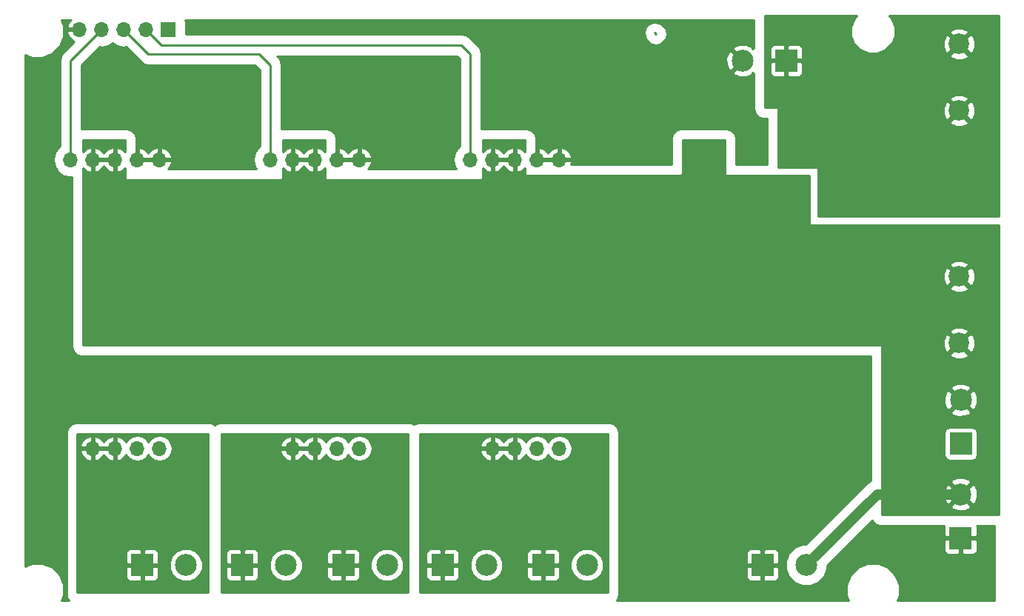
<source format=gbr>
G04 #@! TF.FileFunction,Copper,L2,Bot,Signal*
%FSLAX46Y46*%
G04 Gerber Fmt 4.6, Leading zero omitted, Abs format (unit mm)*
G04 Created by KiCad (PCBNEW 4.0.7-e2-6376~58~ubuntu16.04.1) date Mon Nov 13 16:04:29 2017*
%MOMM*%
%LPD*%
G01*
G04 APERTURE LIST*
%ADD10C,0.100000*%
%ADD11R,1.700000X1.700000*%
%ADD12O,1.700000X1.700000*%
%ADD13R,2.500000X2.500000*%
%ADD14C,2.500000*%
%ADD15C,2.350000*%
%ADD16C,1.200000*%
%ADD17C,0.250000*%
%ADD18C,0.254000*%
G04 APERTURE END LIST*
D10*
D11*
X100076000Y-51689000D03*
D12*
X97536000Y-51689000D03*
X94996000Y-51689000D03*
X92456000Y-51689000D03*
X89916000Y-51689000D03*
X137152260Y-66566350D03*
X139692260Y-66566350D03*
X142232260Y-66566350D03*
X144772260Y-66566350D03*
X134612260Y-66566350D03*
X137152260Y-99586350D03*
X139692260Y-99586350D03*
X142232260Y-99586350D03*
X144772260Y-99586350D03*
X114292260Y-66566350D03*
X116832260Y-66566350D03*
X119372260Y-66566350D03*
X121912260Y-66566350D03*
X111752260Y-66566350D03*
X114292260Y-99586350D03*
X116832260Y-99586350D03*
X119372260Y-99586350D03*
X121912260Y-99586350D03*
X91432260Y-66566350D03*
X93972260Y-66566350D03*
X96512260Y-66566350D03*
X99052260Y-66566350D03*
X88892260Y-66566350D03*
X91432260Y-99586350D03*
X93972260Y-99586350D03*
X96512260Y-99586350D03*
X99052260Y-99586350D03*
D13*
X170735000Y-55245000D03*
D14*
X165735000Y-55245000D03*
D13*
X142947260Y-112921350D03*
D14*
X147947260Y-112921350D03*
D13*
X120087260Y-112921350D03*
D14*
X125087260Y-112921350D03*
D13*
X97100260Y-112921350D03*
D14*
X102100260Y-112921350D03*
D13*
X131437260Y-112921350D03*
D14*
X136437260Y-112921350D03*
D13*
X108530260Y-112921350D03*
D14*
X113530260Y-112921350D03*
D13*
X190690500Y-99060000D03*
D14*
X190690500Y-94060000D03*
D15*
X190500000Y-60960000D03*
X190500000Y-53340000D03*
X190500000Y-79933800D03*
X190500000Y-87553800D03*
D13*
X190677800Y-109829600D03*
D14*
X190677800Y-104829600D03*
D13*
X168021000Y-112928400D03*
D14*
X173021000Y-112928400D03*
D16*
X190677800Y-104829600D02*
X181119800Y-104829600D01*
X181119800Y-104829600D02*
X173021000Y-112928400D01*
D17*
X97536000Y-51689000D02*
X99314000Y-53467000D01*
X99314000Y-53467000D02*
X133604000Y-53467000D01*
X133604000Y-53467000D02*
X134620000Y-54483000D01*
X134620000Y-54483000D02*
X134620000Y-65356529D01*
X134620000Y-65356529D02*
X134612260Y-65364269D01*
X134612260Y-65364269D02*
X134612260Y-66566350D01*
X110490000Y-54483000D02*
X97790000Y-54483000D01*
X111760000Y-65356529D02*
X111760000Y-55753000D01*
X110490000Y-54483000D02*
X111760000Y-55753000D01*
X97790000Y-54483000D02*
X94996000Y-51689000D01*
X111752260Y-66566350D02*
X111752260Y-65364269D01*
X111752260Y-65364269D02*
X111760000Y-65356529D01*
X88900000Y-65356529D02*
X88900000Y-55245000D01*
X88900000Y-55245000D02*
X92456000Y-51689000D01*
X88892260Y-66566350D02*
X88892260Y-65364269D01*
X88892260Y-65364269D02*
X88900000Y-65356529D01*
X155829000Y-52197000D02*
X155702000Y-52070000D01*
D18*
G36*
X95115260Y-65637436D02*
X94739184Y-65294705D01*
X94329150Y-65124874D01*
X94099260Y-65246195D01*
X94099260Y-66439350D01*
X94119260Y-66439350D01*
X94119260Y-66693350D01*
X94099260Y-66693350D01*
X94099260Y-67886505D01*
X94329150Y-68007826D01*
X94739184Y-67837995D01*
X95115260Y-67495264D01*
X95115260Y-68725350D01*
X95125266Y-68774760D01*
X95153707Y-68816385D01*
X95196101Y-68843665D01*
X95242260Y-68852350D01*
X113022260Y-68852350D01*
X113071670Y-68842344D01*
X113113295Y-68813903D01*
X113140575Y-68771509D01*
X113149260Y-68725350D01*
X113149260Y-67495264D01*
X113525336Y-67837995D01*
X113935370Y-68007826D01*
X114165260Y-67886505D01*
X114165260Y-66693350D01*
X114419260Y-66693350D01*
X114419260Y-67886505D01*
X114649150Y-68007826D01*
X115059184Y-67837995D01*
X115487443Y-67447708D01*
X115562260Y-67288396D01*
X115637077Y-67447708D01*
X116065336Y-67837995D01*
X116475370Y-68007826D01*
X116705260Y-67886505D01*
X116705260Y-66693350D01*
X114419260Y-66693350D01*
X114165260Y-66693350D01*
X114145260Y-66693350D01*
X114145260Y-66439350D01*
X114165260Y-66439350D01*
X114165260Y-65246195D01*
X114419260Y-65246195D01*
X114419260Y-66439350D01*
X116705260Y-66439350D01*
X116705260Y-65246195D01*
X116475370Y-65124874D01*
X116065336Y-65294705D01*
X115637077Y-65684992D01*
X115562260Y-65844304D01*
X115487443Y-65684992D01*
X115059184Y-65294705D01*
X114649150Y-65124874D01*
X114419260Y-65246195D01*
X114165260Y-65246195D01*
X113935370Y-65124874D01*
X113525336Y-65294705D01*
X113149260Y-65637436D01*
X113149260Y-64280350D01*
X117975260Y-64280350D01*
X117975260Y-65637436D01*
X117599184Y-65294705D01*
X117189150Y-65124874D01*
X116959260Y-65246195D01*
X116959260Y-66439350D01*
X116979260Y-66439350D01*
X116979260Y-66693350D01*
X116959260Y-66693350D01*
X116959260Y-67886505D01*
X117189150Y-68007826D01*
X117599184Y-67837995D01*
X117975260Y-67495264D01*
X117975260Y-68725350D01*
X117985266Y-68774760D01*
X118013707Y-68816385D01*
X118056101Y-68843665D01*
X118102260Y-68852350D01*
X135882260Y-68852350D01*
X135931670Y-68842344D01*
X135973295Y-68813903D01*
X136000575Y-68771509D01*
X136009260Y-68725350D01*
X136009260Y-67495264D01*
X136385336Y-67837995D01*
X136795370Y-68007826D01*
X137025260Y-67886505D01*
X137025260Y-66693350D01*
X137279260Y-66693350D01*
X137279260Y-67886505D01*
X137509150Y-68007826D01*
X137919184Y-67837995D01*
X138347443Y-67447708D01*
X138422260Y-67288396D01*
X138497077Y-67447708D01*
X138925336Y-67837995D01*
X139335370Y-68007826D01*
X139565260Y-67886505D01*
X139565260Y-66693350D01*
X137279260Y-66693350D01*
X137025260Y-66693350D01*
X137005260Y-66693350D01*
X137005260Y-66439350D01*
X137025260Y-66439350D01*
X137025260Y-65246195D01*
X137279260Y-65246195D01*
X137279260Y-66439350D01*
X139565260Y-66439350D01*
X139565260Y-65246195D01*
X139335370Y-65124874D01*
X138925336Y-65294705D01*
X138497077Y-65684992D01*
X138422260Y-65844304D01*
X138347443Y-65684992D01*
X137919184Y-65294705D01*
X137509150Y-65124874D01*
X137279260Y-65246195D01*
X137025260Y-65246195D01*
X136795370Y-65124874D01*
X136385336Y-65294705D01*
X136009260Y-65637436D01*
X136009260Y-64280350D01*
X140835260Y-64280350D01*
X140835260Y-65637436D01*
X140459184Y-65294705D01*
X140049150Y-65124874D01*
X139819260Y-65246195D01*
X139819260Y-66439350D01*
X139839260Y-66439350D01*
X139839260Y-66693350D01*
X139819260Y-66693350D01*
X139819260Y-67886505D01*
X140049150Y-68007826D01*
X140459184Y-67837995D01*
X140835260Y-67495264D01*
X140835260Y-68217350D01*
X140845266Y-68266760D01*
X140873707Y-68308385D01*
X140916101Y-68335665D01*
X140962260Y-68344350D01*
X158742260Y-68344350D01*
X158791670Y-68334344D01*
X158833295Y-68305903D01*
X158860575Y-68263509D01*
X158869260Y-68217350D01*
X158869260Y-64280350D01*
X163695260Y-64280350D01*
X163695260Y-68217350D01*
X163705266Y-68266760D01*
X163733707Y-68308385D01*
X163776101Y-68335665D01*
X163822260Y-68344350D01*
X173347432Y-68344350D01*
X173355000Y-73914173D01*
X173365073Y-73963569D01*
X173393570Y-74005155D01*
X173436002Y-74032377D01*
X173482000Y-74041000D01*
X195052260Y-74041000D01*
X195052260Y-107137200D01*
X181660800Y-107137200D01*
X181660800Y-106162920D01*
X189524085Y-106162920D01*
X189653333Y-106455723D01*
X190353606Y-106723988D01*
X191103235Y-106703850D01*
X191702267Y-106455723D01*
X191831515Y-106162920D01*
X190677800Y-105009205D01*
X189524085Y-106162920D01*
X181660800Y-106162920D01*
X181660800Y-104505406D01*
X188783412Y-104505406D01*
X188803550Y-105255035D01*
X189051677Y-105854067D01*
X189344480Y-105983315D01*
X190498195Y-104829600D01*
X190857405Y-104829600D01*
X192011120Y-105983315D01*
X192303923Y-105854067D01*
X192572188Y-105153794D01*
X192552050Y-104404165D01*
X192303923Y-103805133D01*
X192011120Y-103675885D01*
X190857405Y-104829600D01*
X190498195Y-104829600D01*
X189344480Y-103675885D01*
X189051677Y-103805133D01*
X188783412Y-104505406D01*
X181660800Y-104505406D01*
X181660800Y-103496280D01*
X189524085Y-103496280D01*
X190677800Y-104649995D01*
X191831515Y-103496280D01*
X191702267Y-103203477D01*
X191001994Y-102935212D01*
X190252365Y-102955350D01*
X189653333Y-103203477D01*
X189524085Y-103496280D01*
X181660800Y-103496280D01*
X181660800Y-97810000D01*
X188793060Y-97810000D01*
X188793060Y-100310000D01*
X188837338Y-100545317D01*
X188976410Y-100761441D01*
X189188610Y-100906431D01*
X189440500Y-100957440D01*
X191940500Y-100957440D01*
X192175817Y-100913162D01*
X192391941Y-100774090D01*
X192536931Y-100561890D01*
X192587940Y-100310000D01*
X192587940Y-97810000D01*
X192543662Y-97574683D01*
X192404590Y-97358559D01*
X192192390Y-97213569D01*
X191940500Y-97162560D01*
X189440500Y-97162560D01*
X189205183Y-97206838D01*
X188989059Y-97345910D01*
X188844069Y-97558110D01*
X188793060Y-97810000D01*
X181660800Y-97810000D01*
X181660800Y-95393320D01*
X189536785Y-95393320D01*
X189666033Y-95686123D01*
X190366306Y-95954388D01*
X191115935Y-95934250D01*
X191714967Y-95686123D01*
X191844215Y-95393320D01*
X190690500Y-94239605D01*
X189536785Y-95393320D01*
X181660800Y-95393320D01*
X181660800Y-93735806D01*
X188796112Y-93735806D01*
X188816250Y-94485435D01*
X189064377Y-95084467D01*
X189357180Y-95213715D01*
X190510895Y-94060000D01*
X190870105Y-94060000D01*
X192023820Y-95213715D01*
X192316623Y-95084467D01*
X192584888Y-94384194D01*
X192564750Y-93634565D01*
X192316623Y-93035533D01*
X192023820Y-92906285D01*
X190870105Y-94060000D01*
X190510895Y-94060000D01*
X189357180Y-92906285D01*
X189064377Y-93035533D01*
X188796112Y-93735806D01*
X181660800Y-93735806D01*
X181660800Y-92726680D01*
X189536785Y-92726680D01*
X190690500Y-93880395D01*
X191844215Y-92726680D01*
X191714967Y-92433877D01*
X191014694Y-92165612D01*
X190265065Y-92185750D01*
X189666033Y-92433877D01*
X189536785Y-92726680D01*
X181660800Y-92726680D01*
X181660800Y-88832901D01*
X189400504Y-88832901D01*
X189520583Y-89117918D01*
X190193698Y-89373664D01*
X190913445Y-89352352D01*
X191479417Y-89117918D01*
X191599496Y-88832901D01*
X190500000Y-87733405D01*
X189400504Y-88832901D01*
X181660800Y-88832901D01*
X181660800Y-87884000D01*
X181650794Y-87834590D01*
X181622353Y-87792965D01*
X181579959Y-87765685D01*
X181533800Y-87757000D01*
X90296959Y-87757000D01*
X90296793Y-87247498D01*
X188680136Y-87247498D01*
X188701448Y-87967245D01*
X188935882Y-88533217D01*
X189220899Y-88653296D01*
X190320395Y-87553800D01*
X190679605Y-87553800D01*
X191779101Y-88653296D01*
X192064118Y-88533217D01*
X192319864Y-87860102D01*
X192298552Y-87140355D01*
X192064118Y-86574383D01*
X191779101Y-86454304D01*
X190679605Y-87553800D01*
X190320395Y-87553800D01*
X189220899Y-86454304D01*
X188935882Y-86574383D01*
X188680136Y-87247498D01*
X90296793Y-87247498D01*
X90296476Y-86274699D01*
X189400504Y-86274699D01*
X190500000Y-87374195D01*
X191599496Y-86274699D01*
X191479417Y-85989682D01*
X190806302Y-85733936D01*
X190086555Y-85755248D01*
X189520583Y-85989682D01*
X189400504Y-86274699D01*
X90296476Y-86274699D01*
X90294826Y-81212901D01*
X189400504Y-81212901D01*
X189520583Y-81497918D01*
X190193698Y-81753664D01*
X190913445Y-81732352D01*
X191479417Y-81497918D01*
X191599496Y-81212901D01*
X190500000Y-80113405D01*
X189400504Y-81212901D01*
X90294826Y-81212901D01*
X90294308Y-79627498D01*
X188680136Y-79627498D01*
X188701448Y-80347245D01*
X188935882Y-80913217D01*
X189220899Y-81033296D01*
X190320395Y-79933800D01*
X190679605Y-79933800D01*
X191779101Y-81033296D01*
X192064118Y-80913217D01*
X192319864Y-80240102D01*
X192298552Y-79520355D01*
X192064118Y-78954383D01*
X191779101Y-78834304D01*
X190679605Y-79933800D01*
X190320395Y-79933800D01*
X189220899Y-78834304D01*
X188935882Y-78954383D01*
X188680136Y-79627498D01*
X90294308Y-79627498D01*
X90293991Y-78654699D01*
X189400504Y-78654699D01*
X190500000Y-79754195D01*
X191599496Y-78654699D01*
X191479417Y-78369682D01*
X190806302Y-78113936D01*
X190086555Y-78135248D01*
X189520583Y-78369682D01*
X189400504Y-78654699D01*
X90293991Y-78654699D01*
X90290350Y-67496258D01*
X90665336Y-67837995D01*
X91075370Y-68007826D01*
X91305260Y-67886505D01*
X91305260Y-66693350D01*
X91559260Y-66693350D01*
X91559260Y-67886505D01*
X91789150Y-68007826D01*
X92199184Y-67837995D01*
X92627443Y-67447708D01*
X92702260Y-67288396D01*
X92777077Y-67447708D01*
X93205336Y-67837995D01*
X93615370Y-68007826D01*
X93845260Y-67886505D01*
X93845260Y-66693350D01*
X91559260Y-66693350D01*
X91305260Y-66693350D01*
X91285260Y-66693350D01*
X91285260Y-66439350D01*
X91305260Y-66439350D01*
X91305260Y-65246195D01*
X91559260Y-65246195D01*
X91559260Y-66439350D01*
X93845260Y-66439350D01*
X93845260Y-65246195D01*
X93615370Y-65124874D01*
X93205336Y-65294705D01*
X92777077Y-65684992D01*
X92702260Y-65844304D01*
X92627443Y-65684992D01*
X92199184Y-65294705D01*
X91789150Y-65124874D01*
X91559260Y-65246195D01*
X91305260Y-65246195D01*
X91075370Y-65124874D01*
X90665336Y-65294705D01*
X90289744Y-65636995D01*
X90289301Y-64280350D01*
X95115260Y-64280350D01*
X95115260Y-65637436D01*
X95115260Y-65637436D01*
G37*
X95115260Y-65637436D02*
X94739184Y-65294705D01*
X94329150Y-65124874D01*
X94099260Y-65246195D01*
X94099260Y-66439350D01*
X94119260Y-66439350D01*
X94119260Y-66693350D01*
X94099260Y-66693350D01*
X94099260Y-67886505D01*
X94329150Y-68007826D01*
X94739184Y-67837995D01*
X95115260Y-67495264D01*
X95115260Y-68725350D01*
X95125266Y-68774760D01*
X95153707Y-68816385D01*
X95196101Y-68843665D01*
X95242260Y-68852350D01*
X113022260Y-68852350D01*
X113071670Y-68842344D01*
X113113295Y-68813903D01*
X113140575Y-68771509D01*
X113149260Y-68725350D01*
X113149260Y-67495264D01*
X113525336Y-67837995D01*
X113935370Y-68007826D01*
X114165260Y-67886505D01*
X114165260Y-66693350D01*
X114419260Y-66693350D01*
X114419260Y-67886505D01*
X114649150Y-68007826D01*
X115059184Y-67837995D01*
X115487443Y-67447708D01*
X115562260Y-67288396D01*
X115637077Y-67447708D01*
X116065336Y-67837995D01*
X116475370Y-68007826D01*
X116705260Y-67886505D01*
X116705260Y-66693350D01*
X114419260Y-66693350D01*
X114165260Y-66693350D01*
X114145260Y-66693350D01*
X114145260Y-66439350D01*
X114165260Y-66439350D01*
X114165260Y-65246195D01*
X114419260Y-65246195D01*
X114419260Y-66439350D01*
X116705260Y-66439350D01*
X116705260Y-65246195D01*
X116475370Y-65124874D01*
X116065336Y-65294705D01*
X115637077Y-65684992D01*
X115562260Y-65844304D01*
X115487443Y-65684992D01*
X115059184Y-65294705D01*
X114649150Y-65124874D01*
X114419260Y-65246195D01*
X114165260Y-65246195D01*
X113935370Y-65124874D01*
X113525336Y-65294705D01*
X113149260Y-65637436D01*
X113149260Y-64280350D01*
X117975260Y-64280350D01*
X117975260Y-65637436D01*
X117599184Y-65294705D01*
X117189150Y-65124874D01*
X116959260Y-65246195D01*
X116959260Y-66439350D01*
X116979260Y-66439350D01*
X116979260Y-66693350D01*
X116959260Y-66693350D01*
X116959260Y-67886505D01*
X117189150Y-68007826D01*
X117599184Y-67837995D01*
X117975260Y-67495264D01*
X117975260Y-68725350D01*
X117985266Y-68774760D01*
X118013707Y-68816385D01*
X118056101Y-68843665D01*
X118102260Y-68852350D01*
X135882260Y-68852350D01*
X135931670Y-68842344D01*
X135973295Y-68813903D01*
X136000575Y-68771509D01*
X136009260Y-68725350D01*
X136009260Y-67495264D01*
X136385336Y-67837995D01*
X136795370Y-68007826D01*
X137025260Y-67886505D01*
X137025260Y-66693350D01*
X137279260Y-66693350D01*
X137279260Y-67886505D01*
X137509150Y-68007826D01*
X137919184Y-67837995D01*
X138347443Y-67447708D01*
X138422260Y-67288396D01*
X138497077Y-67447708D01*
X138925336Y-67837995D01*
X139335370Y-68007826D01*
X139565260Y-67886505D01*
X139565260Y-66693350D01*
X137279260Y-66693350D01*
X137025260Y-66693350D01*
X137005260Y-66693350D01*
X137005260Y-66439350D01*
X137025260Y-66439350D01*
X137025260Y-65246195D01*
X137279260Y-65246195D01*
X137279260Y-66439350D01*
X139565260Y-66439350D01*
X139565260Y-65246195D01*
X139335370Y-65124874D01*
X138925336Y-65294705D01*
X138497077Y-65684992D01*
X138422260Y-65844304D01*
X138347443Y-65684992D01*
X137919184Y-65294705D01*
X137509150Y-65124874D01*
X137279260Y-65246195D01*
X137025260Y-65246195D01*
X136795370Y-65124874D01*
X136385336Y-65294705D01*
X136009260Y-65637436D01*
X136009260Y-64280350D01*
X140835260Y-64280350D01*
X140835260Y-65637436D01*
X140459184Y-65294705D01*
X140049150Y-65124874D01*
X139819260Y-65246195D01*
X139819260Y-66439350D01*
X139839260Y-66439350D01*
X139839260Y-66693350D01*
X139819260Y-66693350D01*
X139819260Y-67886505D01*
X140049150Y-68007826D01*
X140459184Y-67837995D01*
X140835260Y-67495264D01*
X140835260Y-68217350D01*
X140845266Y-68266760D01*
X140873707Y-68308385D01*
X140916101Y-68335665D01*
X140962260Y-68344350D01*
X158742260Y-68344350D01*
X158791670Y-68334344D01*
X158833295Y-68305903D01*
X158860575Y-68263509D01*
X158869260Y-68217350D01*
X158869260Y-64280350D01*
X163695260Y-64280350D01*
X163695260Y-68217350D01*
X163705266Y-68266760D01*
X163733707Y-68308385D01*
X163776101Y-68335665D01*
X163822260Y-68344350D01*
X173347432Y-68344350D01*
X173355000Y-73914173D01*
X173365073Y-73963569D01*
X173393570Y-74005155D01*
X173436002Y-74032377D01*
X173482000Y-74041000D01*
X195052260Y-74041000D01*
X195052260Y-107137200D01*
X181660800Y-107137200D01*
X181660800Y-106162920D01*
X189524085Y-106162920D01*
X189653333Y-106455723D01*
X190353606Y-106723988D01*
X191103235Y-106703850D01*
X191702267Y-106455723D01*
X191831515Y-106162920D01*
X190677800Y-105009205D01*
X189524085Y-106162920D01*
X181660800Y-106162920D01*
X181660800Y-104505406D01*
X188783412Y-104505406D01*
X188803550Y-105255035D01*
X189051677Y-105854067D01*
X189344480Y-105983315D01*
X190498195Y-104829600D01*
X190857405Y-104829600D01*
X192011120Y-105983315D01*
X192303923Y-105854067D01*
X192572188Y-105153794D01*
X192552050Y-104404165D01*
X192303923Y-103805133D01*
X192011120Y-103675885D01*
X190857405Y-104829600D01*
X190498195Y-104829600D01*
X189344480Y-103675885D01*
X189051677Y-103805133D01*
X188783412Y-104505406D01*
X181660800Y-104505406D01*
X181660800Y-103496280D01*
X189524085Y-103496280D01*
X190677800Y-104649995D01*
X191831515Y-103496280D01*
X191702267Y-103203477D01*
X191001994Y-102935212D01*
X190252365Y-102955350D01*
X189653333Y-103203477D01*
X189524085Y-103496280D01*
X181660800Y-103496280D01*
X181660800Y-97810000D01*
X188793060Y-97810000D01*
X188793060Y-100310000D01*
X188837338Y-100545317D01*
X188976410Y-100761441D01*
X189188610Y-100906431D01*
X189440500Y-100957440D01*
X191940500Y-100957440D01*
X192175817Y-100913162D01*
X192391941Y-100774090D01*
X192536931Y-100561890D01*
X192587940Y-100310000D01*
X192587940Y-97810000D01*
X192543662Y-97574683D01*
X192404590Y-97358559D01*
X192192390Y-97213569D01*
X191940500Y-97162560D01*
X189440500Y-97162560D01*
X189205183Y-97206838D01*
X188989059Y-97345910D01*
X188844069Y-97558110D01*
X188793060Y-97810000D01*
X181660800Y-97810000D01*
X181660800Y-95393320D01*
X189536785Y-95393320D01*
X189666033Y-95686123D01*
X190366306Y-95954388D01*
X191115935Y-95934250D01*
X191714967Y-95686123D01*
X191844215Y-95393320D01*
X190690500Y-94239605D01*
X189536785Y-95393320D01*
X181660800Y-95393320D01*
X181660800Y-93735806D01*
X188796112Y-93735806D01*
X188816250Y-94485435D01*
X189064377Y-95084467D01*
X189357180Y-95213715D01*
X190510895Y-94060000D01*
X190870105Y-94060000D01*
X192023820Y-95213715D01*
X192316623Y-95084467D01*
X192584888Y-94384194D01*
X192564750Y-93634565D01*
X192316623Y-93035533D01*
X192023820Y-92906285D01*
X190870105Y-94060000D01*
X190510895Y-94060000D01*
X189357180Y-92906285D01*
X189064377Y-93035533D01*
X188796112Y-93735806D01*
X181660800Y-93735806D01*
X181660800Y-92726680D01*
X189536785Y-92726680D01*
X190690500Y-93880395D01*
X191844215Y-92726680D01*
X191714967Y-92433877D01*
X191014694Y-92165612D01*
X190265065Y-92185750D01*
X189666033Y-92433877D01*
X189536785Y-92726680D01*
X181660800Y-92726680D01*
X181660800Y-88832901D01*
X189400504Y-88832901D01*
X189520583Y-89117918D01*
X190193698Y-89373664D01*
X190913445Y-89352352D01*
X191479417Y-89117918D01*
X191599496Y-88832901D01*
X190500000Y-87733405D01*
X189400504Y-88832901D01*
X181660800Y-88832901D01*
X181660800Y-87884000D01*
X181650794Y-87834590D01*
X181622353Y-87792965D01*
X181579959Y-87765685D01*
X181533800Y-87757000D01*
X90296959Y-87757000D01*
X90296793Y-87247498D01*
X188680136Y-87247498D01*
X188701448Y-87967245D01*
X188935882Y-88533217D01*
X189220899Y-88653296D01*
X190320395Y-87553800D01*
X190679605Y-87553800D01*
X191779101Y-88653296D01*
X192064118Y-88533217D01*
X192319864Y-87860102D01*
X192298552Y-87140355D01*
X192064118Y-86574383D01*
X191779101Y-86454304D01*
X190679605Y-87553800D01*
X190320395Y-87553800D01*
X189220899Y-86454304D01*
X188935882Y-86574383D01*
X188680136Y-87247498D01*
X90296793Y-87247498D01*
X90296476Y-86274699D01*
X189400504Y-86274699D01*
X190500000Y-87374195D01*
X191599496Y-86274699D01*
X191479417Y-85989682D01*
X190806302Y-85733936D01*
X190086555Y-85755248D01*
X189520583Y-85989682D01*
X189400504Y-86274699D01*
X90296476Y-86274699D01*
X90294826Y-81212901D01*
X189400504Y-81212901D01*
X189520583Y-81497918D01*
X190193698Y-81753664D01*
X190913445Y-81732352D01*
X191479417Y-81497918D01*
X191599496Y-81212901D01*
X190500000Y-80113405D01*
X189400504Y-81212901D01*
X90294826Y-81212901D01*
X90294308Y-79627498D01*
X188680136Y-79627498D01*
X188701448Y-80347245D01*
X188935882Y-80913217D01*
X189220899Y-81033296D01*
X190320395Y-79933800D01*
X190679605Y-79933800D01*
X191779101Y-81033296D01*
X192064118Y-80913217D01*
X192319864Y-80240102D01*
X192298552Y-79520355D01*
X192064118Y-78954383D01*
X191779101Y-78834304D01*
X190679605Y-79933800D01*
X190320395Y-79933800D01*
X189220899Y-78834304D01*
X188935882Y-78954383D01*
X188680136Y-79627498D01*
X90294308Y-79627498D01*
X90293991Y-78654699D01*
X189400504Y-78654699D01*
X190500000Y-79754195D01*
X191599496Y-78654699D01*
X191479417Y-78369682D01*
X190806302Y-78113936D01*
X190086555Y-78135248D01*
X189520583Y-78369682D01*
X189400504Y-78654699D01*
X90293991Y-78654699D01*
X90290350Y-67496258D01*
X90665336Y-67837995D01*
X91075370Y-68007826D01*
X91305260Y-67886505D01*
X91305260Y-66693350D01*
X91559260Y-66693350D01*
X91559260Y-67886505D01*
X91789150Y-68007826D01*
X92199184Y-67837995D01*
X92627443Y-67447708D01*
X92702260Y-67288396D01*
X92777077Y-67447708D01*
X93205336Y-67837995D01*
X93615370Y-68007826D01*
X93845260Y-67886505D01*
X93845260Y-66693350D01*
X91559260Y-66693350D01*
X91305260Y-66693350D01*
X91285260Y-66693350D01*
X91285260Y-66439350D01*
X91305260Y-66439350D01*
X91305260Y-65246195D01*
X91559260Y-65246195D01*
X91559260Y-66439350D01*
X93845260Y-66439350D01*
X93845260Y-65246195D01*
X93615370Y-65124874D01*
X93205336Y-65294705D01*
X92777077Y-65684992D01*
X92702260Y-65844304D01*
X92627443Y-65684992D01*
X92199184Y-65294705D01*
X91789150Y-65124874D01*
X91559260Y-65246195D01*
X91305260Y-65246195D01*
X91075370Y-65124874D01*
X90665336Y-65294705D01*
X90289744Y-65636995D01*
X90289301Y-64280350D01*
X95115260Y-64280350D01*
X95115260Y-65637436D01*
G36*
X178492184Y-50432163D02*
X178105441Y-51363545D01*
X178104561Y-52372031D01*
X178489678Y-53304086D01*
X179202163Y-54017816D01*
X180133545Y-54404559D01*
X181142031Y-54405439D01*
X182074086Y-54020322D01*
X182787816Y-53307837D01*
X182901648Y-53033698D01*
X188680136Y-53033698D01*
X188701448Y-53753445D01*
X188935882Y-54319417D01*
X189220899Y-54439496D01*
X190320395Y-53340000D01*
X190679605Y-53340000D01*
X191779101Y-54439496D01*
X192064118Y-54319417D01*
X192319864Y-53646302D01*
X192298552Y-52926555D01*
X192064118Y-52360583D01*
X191779101Y-52240504D01*
X190679605Y-53340000D01*
X190320395Y-53340000D01*
X189220899Y-52240504D01*
X188935882Y-52360583D01*
X188680136Y-53033698D01*
X182901648Y-53033698D01*
X183174559Y-52376455D01*
X183174834Y-52060899D01*
X189400504Y-52060899D01*
X190500000Y-53160395D01*
X191599496Y-52060899D01*
X191479417Y-51775882D01*
X190806302Y-51520136D01*
X190086555Y-51541448D01*
X189520583Y-51775882D01*
X189400504Y-52060899D01*
X183174834Y-52060899D01*
X183175439Y-51367969D01*
X182790322Y-50435914D01*
X182486289Y-50131350D01*
X195052260Y-50131350D01*
X195052260Y-73025000D01*
X174371000Y-73025000D01*
X174371000Y-67564000D01*
X174360994Y-67514590D01*
X174332553Y-67472965D01*
X174290159Y-67445685D01*
X174244000Y-67437000D01*
X169799000Y-67437000D01*
X169799000Y-62239101D01*
X189400504Y-62239101D01*
X189520583Y-62524118D01*
X190193698Y-62779864D01*
X190913445Y-62758552D01*
X191479417Y-62524118D01*
X191599496Y-62239101D01*
X190500000Y-61139605D01*
X189400504Y-62239101D01*
X169799000Y-62239101D01*
X169799000Y-60706000D01*
X169788994Y-60656590D01*
X169787018Y-60653698D01*
X188680136Y-60653698D01*
X188701448Y-61373445D01*
X188935882Y-61939417D01*
X189220899Y-62059496D01*
X190320395Y-60960000D01*
X190679605Y-60960000D01*
X191779101Y-62059496D01*
X192064118Y-61939417D01*
X192319864Y-61266302D01*
X192298552Y-60546555D01*
X192064118Y-59980583D01*
X191779101Y-59860504D01*
X190679605Y-60960000D01*
X190320395Y-60960000D01*
X189220899Y-59860504D01*
X188935882Y-59980583D01*
X188680136Y-60653698D01*
X169787018Y-60653698D01*
X169760553Y-60614965D01*
X169718159Y-60587685D01*
X169672000Y-60579000D01*
X168275000Y-60579000D01*
X168275000Y-59680899D01*
X189400504Y-59680899D01*
X190500000Y-60780395D01*
X191599496Y-59680899D01*
X191479417Y-59395882D01*
X190806302Y-59140136D01*
X190086555Y-59161448D01*
X189520583Y-59395882D01*
X189400504Y-59680899D01*
X168275000Y-59680899D01*
X168275000Y-55530750D01*
X168850000Y-55530750D01*
X168850000Y-56621310D01*
X168946673Y-56854699D01*
X169125302Y-57033327D01*
X169358691Y-57130000D01*
X170449250Y-57130000D01*
X170608000Y-56971250D01*
X170608000Y-55372000D01*
X170862000Y-55372000D01*
X170862000Y-56971250D01*
X171020750Y-57130000D01*
X172111309Y-57130000D01*
X172344698Y-57033327D01*
X172523327Y-56854699D01*
X172620000Y-56621310D01*
X172620000Y-55530750D01*
X172461250Y-55372000D01*
X170862000Y-55372000D01*
X170608000Y-55372000D01*
X169008750Y-55372000D01*
X168850000Y-55530750D01*
X168275000Y-55530750D01*
X168275000Y-53868690D01*
X168850000Y-53868690D01*
X168850000Y-54959250D01*
X169008750Y-55118000D01*
X170608000Y-55118000D01*
X170608000Y-53518750D01*
X170862000Y-53518750D01*
X170862000Y-55118000D01*
X172461250Y-55118000D01*
X172620000Y-54959250D01*
X172620000Y-54619101D01*
X189400504Y-54619101D01*
X189520583Y-54904118D01*
X190193698Y-55159864D01*
X190913445Y-55138552D01*
X191479417Y-54904118D01*
X191599496Y-54619101D01*
X190500000Y-53519605D01*
X189400504Y-54619101D01*
X172620000Y-54619101D01*
X172620000Y-53868690D01*
X172523327Y-53635301D01*
X172344698Y-53456673D01*
X172111309Y-53360000D01*
X171020750Y-53360000D01*
X170862000Y-53518750D01*
X170608000Y-53518750D01*
X170449250Y-53360000D01*
X169358691Y-53360000D01*
X169125302Y-53456673D01*
X168946673Y-53635301D01*
X168850000Y-53868690D01*
X168275000Y-53868690D01*
X168275000Y-50131350D01*
X178793523Y-50131350D01*
X178492184Y-50432163D01*
X178492184Y-50432163D01*
G37*
X178492184Y-50432163D02*
X178105441Y-51363545D01*
X178104561Y-52372031D01*
X178489678Y-53304086D01*
X179202163Y-54017816D01*
X180133545Y-54404559D01*
X181142031Y-54405439D01*
X182074086Y-54020322D01*
X182787816Y-53307837D01*
X182901648Y-53033698D01*
X188680136Y-53033698D01*
X188701448Y-53753445D01*
X188935882Y-54319417D01*
X189220899Y-54439496D01*
X190320395Y-53340000D01*
X190679605Y-53340000D01*
X191779101Y-54439496D01*
X192064118Y-54319417D01*
X192319864Y-53646302D01*
X192298552Y-52926555D01*
X192064118Y-52360583D01*
X191779101Y-52240504D01*
X190679605Y-53340000D01*
X190320395Y-53340000D01*
X189220899Y-52240504D01*
X188935882Y-52360583D01*
X188680136Y-53033698D01*
X182901648Y-53033698D01*
X183174559Y-52376455D01*
X183174834Y-52060899D01*
X189400504Y-52060899D01*
X190500000Y-53160395D01*
X191599496Y-52060899D01*
X191479417Y-51775882D01*
X190806302Y-51520136D01*
X190086555Y-51541448D01*
X189520583Y-51775882D01*
X189400504Y-52060899D01*
X183174834Y-52060899D01*
X183175439Y-51367969D01*
X182790322Y-50435914D01*
X182486289Y-50131350D01*
X195052260Y-50131350D01*
X195052260Y-73025000D01*
X174371000Y-73025000D01*
X174371000Y-67564000D01*
X174360994Y-67514590D01*
X174332553Y-67472965D01*
X174290159Y-67445685D01*
X174244000Y-67437000D01*
X169799000Y-67437000D01*
X169799000Y-62239101D01*
X189400504Y-62239101D01*
X189520583Y-62524118D01*
X190193698Y-62779864D01*
X190913445Y-62758552D01*
X191479417Y-62524118D01*
X191599496Y-62239101D01*
X190500000Y-61139605D01*
X189400504Y-62239101D01*
X169799000Y-62239101D01*
X169799000Y-60706000D01*
X169788994Y-60656590D01*
X169787018Y-60653698D01*
X188680136Y-60653698D01*
X188701448Y-61373445D01*
X188935882Y-61939417D01*
X189220899Y-62059496D01*
X190320395Y-60960000D01*
X190679605Y-60960000D01*
X191779101Y-62059496D01*
X192064118Y-61939417D01*
X192319864Y-61266302D01*
X192298552Y-60546555D01*
X192064118Y-59980583D01*
X191779101Y-59860504D01*
X190679605Y-60960000D01*
X190320395Y-60960000D01*
X189220899Y-59860504D01*
X188935882Y-59980583D01*
X188680136Y-60653698D01*
X169787018Y-60653698D01*
X169760553Y-60614965D01*
X169718159Y-60587685D01*
X169672000Y-60579000D01*
X168275000Y-60579000D01*
X168275000Y-59680899D01*
X189400504Y-59680899D01*
X190500000Y-60780395D01*
X191599496Y-59680899D01*
X191479417Y-59395882D01*
X190806302Y-59140136D01*
X190086555Y-59161448D01*
X189520583Y-59395882D01*
X189400504Y-59680899D01*
X168275000Y-59680899D01*
X168275000Y-55530750D01*
X168850000Y-55530750D01*
X168850000Y-56621310D01*
X168946673Y-56854699D01*
X169125302Y-57033327D01*
X169358691Y-57130000D01*
X170449250Y-57130000D01*
X170608000Y-56971250D01*
X170608000Y-55372000D01*
X170862000Y-55372000D01*
X170862000Y-56971250D01*
X171020750Y-57130000D01*
X172111309Y-57130000D01*
X172344698Y-57033327D01*
X172523327Y-56854699D01*
X172620000Y-56621310D01*
X172620000Y-55530750D01*
X172461250Y-55372000D01*
X170862000Y-55372000D01*
X170608000Y-55372000D01*
X169008750Y-55372000D01*
X168850000Y-55530750D01*
X168275000Y-55530750D01*
X168275000Y-53868690D01*
X168850000Y-53868690D01*
X168850000Y-54959250D01*
X169008750Y-55118000D01*
X170608000Y-55118000D01*
X170608000Y-53518750D01*
X170862000Y-53518750D01*
X170862000Y-55118000D01*
X172461250Y-55118000D01*
X172620000Y-54959250D01*
X172620000Y-54619101D01*
X189400504Y-54619101D01*
X189520583Y-54904118D01*
X190193698Y-55159864D01*
X190913445Y-55138552D01*
X191479417Y-54904118D01*
X191599496Y-54619101D01*
X190500000Y-53519605D01*
X189400504Y-54619101D01*
X172620000Y-54619101D01*
X172620000Y-53868690D01*
X172523327Y-53635301D01*
X172344698Y-53456673D01*
X172111309Y-53360000D01*
X171020750Y-53360000D01*
X170862000Y-53518750D01*
X170608000Y-53518750D01*
X170449250Y-53360000D01*
X169358691Y-53360000D01*
X169125302Y-53456673D01*
X168946673Y-53635301D01*
X168850000Y-53868690D01*
X168275000Y-53868690D01*
X168275000Y-50131350D01*
X178793523Y-50131350D01*
X178492184Y-50432163D01*
G36*
X104648000Y-116078000D02*
X89662000Y-116078000D01*
X89662000Y-113207100D01*
X95215260Y-113207100D01*
X95215260Y-114297660D01*
X95311933Y-114531049D01*
X95490562Y-114709677D01*
X95723951Y-114806350D01*
X96814510Y-114806350D01*
X96973260Y-114647600D01*
X96973260Y-113048350D01*
X97227260Y-113048350D01*
X97227260Y-114647600D01*
X97386010Y-114806350D01*
X98476569Y-114806350D01*
X98709958Y-114709677D01*
X98888587Y-114531049D01*
X98985260Y-114297660D01*
X98985260Y-113294655D01*
X100214934Y-113294655D01*
X100501303Y-113987722D01*
X101031099Y-114518443D01*
X101723665Y-114806022D01*
X102473565Y-114806676D01*
X103166632Y-114520307D01*
X103697353Y-113990511D01*
X103984932Y-113297945D01*
X103985586Y-112548045D01*
X103699217Y-111854978D01*
X103169421Y-111324257D01*
X102476855Y-111036678D01*
X101726955Y-111036024D01*
X101033888Y-111322393D01*
X100503167Y-111852189D01*
X100215588Y-112544755D01*
X100214934Y-113294655D01*
X98985260Y-113294655D01*
X98985260Y-113207100D01*
X98826510Y-113048350D01*
X97227260Y-113048350D01*
X96973260Y-113048350D01*
X95374010Y-113048350D01*
X95215260Y-113207100D01*
X89662000Y-113207100D01*
X89662000Y-111545040D01*
X95215260Y-111545040D01*
X95215260Y-112635600D01*
X95374010Y-112794350D01*
X96973260Y-112794350D01*
X96973260Y-111195100D01*
X97227260Y-111195100D01*
X97227260Y-112794350D01*
X98826510Y-112794350D01*
X98985260Y-112635600D01*
X98985260Y-111545040D01*
X98888587Y-111311651D01*
X98709958Y-111133023D01*
X98476569Y-111036350D01*
X97386010Y-111036350D01*
X97227260Y-111195100D01*
X96973260Y-111195100D01*
X96814510Y-111036350D01*
X95723951Y-111036350D01*
X95490562Y-111133023D01*
X95311933Y-111311651D01*
X95215260Y-111545040D01*
X89662000Y-111545040D01*
X89662000Y-99943242D01*
X89990774Y-99943242D01*
X90237077Y-100467708D01*
X90665336Y-100857995D01*
X91075370Y-101027826D01*
X91305260Y-100906505D01*
X91305260Y-99713350D01*
X91559260Y-99713350D01*
X91559260Y-100906505D01*
X91789150Y-101027826D01*
X92199184Y-100857995D01*
X92627443Y-100467708D01*
X92702260Y-100308396D01*
X92777077Y-100467708D01*
X93205336Y-100857995D01*
X93615370Y-101027826D01*
X93845260Y-100906505D01*
X93845260Y-99713350D01*
X91559260Y-99713350D01*
X91305260Y-99713350D01*
X90111441Y-99713350D01*
X89990774Y-99943242D01*
X89662000Y-99943242D01*
X89662000Y-99229458D01*
X89990774Y-99229458D01*
X90111441Y-99459350D01*
X91305260Y-99459350D01*
X91305260Y-98266195D01*
X91559260Y-98266195D01*
X91559260Y-99459350D01*
X93845260Y-99459350D01*
X93845260Y-98266195D01*
X94099260Y-98266195D01*
X94099260Y-99459350D01*
X94119260Y-99459350D01*
X94119260Y-99713350D01*
X94099260Y-99713350D01*
X94099260Y-100906505D01*
X94329150Y-101027826D01*
X94739184Y-100857995D01*
X95167443Y-100467708D01*
X95234558Y-100324797D01*
X95462206Y-100665497D01*
X95943975Y-100987404D01*
X96512260Y-101100443D01*
X97080545Y-100987404D01*
X97562314Y-100665497D01*
X97782260Y-100336324D01*
X98002206Y-100665497D01*
X98483975Y-100987404D01*
X99052260Y-101100443D01*
X99620545Y-100987404D01*
X100102314Y-100665497D01*
X100424221Y-100183728D01*
X100537260Y-99615443D01*
X100537260Y-99557257D01*
X100424221Y-98988972D01*
X100102314Y-98507203D01*
X99620545Y-98185296D01*
X99052260Y-98072257D01*
X98483975Y-98185296D01*
X98002206Y-98507203D01*
X97782260Y-98836376D01*
X97562314Y-98507203D01*
X97080545Y-98185296D01*
X96512260Y-98072257D01*
X95943975Y-98185296D01*
X95462206Y-98507203D01*
X95234558Y-98847903D01*
X95167443Y-98704992D01*
X94739184Y-98314705D01*
X94329150Y-98144874D01*
X94099260Y-98266195D01*
X93845260Y-98266195D01*
X93615370Y-98144874D01*
X93205336Y-98314705D01*
X92777077Y-98704992D01*
X92702260Y-98864304D01*
X92627443Y-98704992D01*
X92199184Y-98314705D01*
X91789150Y-98144874D01*
X91559260Y-98266195D01*
X91305260Y-98266195D01*
X91075370Y-98144874D01*
X90665336Y-98314705D01*
X90237077Y-98704992D01*
X89990774Y-99229458D01*
X89662000Y-99229458D01*
X89662000Y-97917000D01*
X104648000Y-97917000D01*
X104648000Y-116078000D01*
X104648000Y-116078000D01*
G37*
X104648000Y-116078000D02*
X89662000Y-116078000D01*
X89662000Y-113207100D01*
X95215260Y-113207100D01*
X95215260Y-114297660D01*
X95311933Y-114531049D01*
X95490562Y-114709677D01*
X95723951Y-114806350D01*
X96814510Y-114806350D01*
X96973260Y-114647600D01*
X96973260Y-113048350D01*
X97227260Y-113048350D01*
X97227260Y-114647600D01*
X97386010Y-114806350D01*
X98476569Y-114806350D01*
X98709958Y-114709677D01*
X98888587Y-114531049D01*
X98985260Y-114297660D01*
X98985260Y-113294655D01*
X100214934Y-113294655D01*
X100501303Y-113987722D01*
X101031099Y-114518443D01*
X101723665Y-114806022D01*
X102473565Y-114806676D01*
X103166632Y-114520307D01*
X103697353Y-113990511D01*
X103984932Y-113297945D01*
X103985586Y-112548045D01*
X103699217Y-111854978D01*
X103169421Y-111324257D01*
X102476855Y-111036678D01*
X101726955Y-111036024D01*
X101033888Y-111322393D01*
X100503167Y-111852189D01*
X100215588Y-112544755D01*
X100214934Y-113294655D01*
X98985260Y-113294655D01*
X98985260Y-113207100D01*
X98826510Y-113048350D01*
X97227260Y-113048350D01*
X96973260Y-113048350D01*
X95374010Y-113048350D01*
X95215260Y-113207100D01*
X89662000Y-113207100D01*
X89662000Y-111545040D01*
X95215260Y-111545040D01*
X95215260Y-112635600D01*
X95374010Y-112794350D01*
X96973260Y-112794350D01*
X96973260Y-111195100D01*
X97227260Y-111195100D01*
X97227260Y-112794350D01*
X98826510Y-112794350D01*
X98985260Y-112635600D01*
X98985260Y-111545040D01*
X98888587Y-111311651D01*
X98709958Y-111133023D01*
X98476569Y-111036350D01*
X97386010Y-111036350D01*
X97227260Y-111195100D01*
X96973260Y-111195100D01*
X96814510Y-111036350D01*
X95723951Y-111036350D01*
X95490562Y-111133023D01*
X95311933Y-111311651D01*
X95215260Y-111545040D01*
X89662000Y-111545040D01*
X89662000Y-99943242D01*
X89990774Y-99943242D01*
X90237077Y-100467708D01*
X90665336Y-100857995D01*
X91075370Y-101027826D01*
X91305260Y-100906505D01*
X91305260Y-99713350D01*
X91559260Y-99713350D01*
X91559260Y-100906505D01*
X91789150Y-101027826D01*
X92199184Y-100857995D01*
X92627443Y-100467708D01*
X92702260Y-100308396D01*
X92777077Y-100467708D01*
X93205336Y-100857995D01*
X93615370Y-101027826D01*
X93845260Y-100906505D01*
X93845260Y-99713350D01*
X91559260Y-99713350D01*
X91305260Y-99713350D01*
X90111441Y-99713350D01*
X89990774Y-99943242D01*
X89662000Y-99943242D01*
X89662000Y-99229458D01*
X89990774Y-99229458D01*
X90111441Y-99459350D01*
X91305260Y-99459350D01*
X91305260Y-98266195D01*
X91559260Y-98266195D01*
X91559260Y-99459350D01*
X93845260Y-99459350D01*
X93845260Y-98266195D01*
X94099260Y-98266195D01*
X94099260Y-99459350D01*
X94119260Y-99459350D01*
X94119260Y-99713350D01*
X94099260Y-99713350D01*
X94099260Y-100906505D01*
X94329150Y-101027826D01*
X94739184Y-100857995D01*
X95167443Y-100467708D01*
X95234558Y-100324797D01*
X95462206Y-100665497D01*
X95943975Y-100987404D01*
X96512260Y-101100443D01*
X97080545Y-100987404D01*
X97562314Y-100665497D01*
X97782260Y-100336324D01*
X98002206Y-100665497D01*
X98483975Y-100987404D01*
X99052260Y-101100443D01*
X99620545Y-100987404D01*
X100102314Y-100665497D01*
X100424221Y-100183728D01*
X100537260Y-99615443D01*
X100537260Y-99557257D01*
X100424221Y-98988972D01*
X100102314Y-98507203D01*
X99620545Y-98185296D01*
X99052260Y-98072257D01*
X98483975Y-98185296D01*
X98002206Y-98507203D01*
X97782260Y-98836376D01*
X97562314Y-98507203D01*
X97080545Y-98185296D01*
X96512260Y-98072257D01*
X95943975Y-98185296D01*
X95462206Y-98507203D01*
X95234558Y-98847903D01*
X95167443Y-98704992D01*
X94739184Y-98314705D01*
X94329150Y-98144874D01*
X94099260Y-98266195D01*
X93845260Y-98266195D01*
X93615370Y-98144874D01*
X93205336Y-98314705D01*
X92777077Y-98704992D01*
X92702260Y-98864304D01*
X92627443Y-98704992D01*
X92199184Y-98314705D01*
X91789150Y-98144874D01*
X91559260Y-98266195D01*
X91305260Y-98266195D01*
X91075370Y-98144874D01*
X90665336Y-98314705D01*
X90237077Y-98704992D01*
X89990774Y-99229458D01*
X89662000Y-99229458D01*
X89662000Y-97917000D01*
X104648000Y-97917000D01*
X104648000Y-116078000D01*
G36*
X127508000Y-116078000D02*
X106172000Y-116078000D01*
X106172000Y-113207100D01*
X106645260Y-113207100D01*
X106645260Y-114297660D01*
X106741933Y-114531049D01*
X106920562Y-114709677D01*
X107153951Y-114806350D01*
X108244510Y-114806350D01*
X108403260Y-114647600D01*
X108403260Y-113048350D01*
X108657260Y-113048350D01*
X108657260Y-114647600D01*
X108816010Y-114806350D01*
X109906569Y-114806350D01*
X110139958Y-114709677D01*
X110318587Y-114531049D01*
X110415260Y-114297660D01*
X110415260Y-113294655D01*
X111644934Y-113294655D01*
X111931303Y-113987722D01*
X112461099Y-114518443D01*
X113153665Y-114806022D01*
X113903565Y-114806676D01*
X114596632Y-114520307D01*
X115127353Y-113990511D01*
X115414932Y-113297945D01*
X115415011Y-113207100D01*
X118202260Y-113207100D01*
X118202260Y-114297660D01*
X118298933Y-114531049D01*
X118477562Y-114709677D01*
X118710951Y-114806350D01*
X119801510Y-114806350D01*
X119960260Y-114647600D01*
X119960260Y-113048350D01*
X120214260Y-113048350D01*
X120214260Y-114647600D01*
X120373010Y-114806350D01*
X121463569Y-114806350D01*
X121696958Y-114709677D01*
X121875587Y-114531049D01*
X121972260Y-114297660D01*
X121972260Y-113294655D01*
X123201934Y-113294655D01*
X123488303Y-113987722D01*
X124018099Y-114518443D01*
X124710665Y-114806022D01*
X125460565Y-114806676D01*
X126153632Y-114520307D01*
X126684353Y-113990511D01*
X126971932Y-113297945D01*
X126972586Y-112548045D01*
X126686217Y-111854978D01*
X126156421Y-111324257D01*
X125463855Y-111036678D01*
X124713955Y-111036024D01*
X124020888Y-111322393D01*
X123490167Y-111852189D01*
X123202588Y-112544755D01*
X123201934Y-113294655D01*
X121972260Y-113294655D01*
X121972260Y-113207100D01*
X121813510Y-113048350D01*
X120214260Y-113048350D01*
X119960260Y-113048350D01*
X118361010Y-113048350D01*
X118202260Y-113207100D01*
X115415011Y-113207100D01*
X115415586Y-112548045D01*
X115129217Y-111854978D01*
X114819820Y-111545040D01*
X118202260Y-111545040D01*
X118202260Y-112635600D01*
X118361010Y-112794350D01*
X119960260Y-112794350D01*
X119960260Y-111195100D01*
X120214260Y-111195100D01*
X120214260Y-112794350D01*
X121813510Y-112794350D01*
X121972260Y-112635600D01*
X121972260Y-111545040D01*
X121875587Y-111311651D01*
X121696958Y-111133023D01*
X121463569Y-111036350D01*
X120373010Y-111036350D01*
X120214260Y-111195100D01*
X119960260Y-111195100D01*
X119801510Y-111036350D01*
X118710951Y-111036350D01*
X118477562Y-111133023D01*
X118298933Y-111311651D01*
X118202260Y-111545040D01*
X114819820Y-111545040D01*
X114599421Y-111324257D01*
X113906855Y-111036678D01*
X113156955Y-111036024D01*
X112463888Y-111322393D01*
X111933167Y-111852189D01*
X111645588Y-112544755D01*
X111644934Y-113294655D01*
X110415260Y-113294655D01*
X110415260Y-113207100D01*
X110256510Y-113048350D01*
X108657260Y-113048350D01*
X108403260Y-113048350D01*
X106804010Y-113048350D01*
X106645260Y-113207100D01*
X106172000Y-113207100D01*
X106172000Y-111545040D01*
X106645260Y-111545040D01*
X106645260Y-112635600D01*
X106804010Y-112794350D01*
X108403260Y-112794350D01*
X108403260Y-111195100D01*
X108657260Y-111195100D01*
X108657260Y-112794350D01*
X110256510Y-112794350D01*
X110415260Y-112635600D01*
X110415260Y-111545040D01*
X110318587Y-111311651D01*
X110139958Y-111133023D01*
X109906569Y-111036350D01*
X108816010Y-111036350D01*
X108657260Y-111195100D01*
X108403260Y-111195100D01*
X108244510Y-111036350D01*
X107153951Y-111036350D01*
X106920562Y-111133023D01*
X106741933Y-111311651D01*
X106645260Y-111545040D01*
X106172000Y-111545040D01*
X106172000Y-99943242D01*
X112850774Y-99943242D01*
X113097077Y-100467708D01*
X113525336Y-100857995D01*
X113935370Y-101027826D01*
X114165260Y-100906505D01*
X114165260Y-99713350D01*
X114419260Y-99713350D01*
X114419260Y-100906505D01*
X114649150Y-101027826D01*
X115059184Y-100857995D01*
X115487443Y-100467708D01*
X115562260Y-100308396D01*
X115637077Y-100467708D01*
X116065336Y-100857995D01*
X116475370Y-101027826D01*
X116705260Y-100906505D01*
X116705260Y-99713350D01*
X114419260Y-99713350D01*
X114165260Y-99713350D01*
X112971441Y-99713350D01*
X112850774Y-99943242D01*
X106172000Y-99943242D01*
X106172000Y-99229458D01*
X112850774Y-99229458D01*
X112971441Y-99459350D01*
X114165260Y-99459350D01*
X114165260Y-98266195D01*
X114419260Y-98266195D01*
X114419260Y-99459350D01*
X116705260Y-99459350D01*
X116705260Y-98266195D01*
X116959260Y-98266195D01*
X116959260Y-99459350D01*
X116979260Y-99459350D01*
X116979260Y-99713350D01*
X116959260Y-99713350D01*
X116959260Y-100906505D01*
X117189150Y-101027826D01*
X117599184Y-100857995D01*
X118027443Y-100467708D01*
X118094558Y-100324797D01*
X118322206Y-100665497D01*
X118803975Y-100987404D01*
X119372260Y-101100443D01*
X119940545Y-100987404D01*
X120422314Y-100665497D01*
X120642260Y-100336324D01*
X120862206Y-100665497D01*
X121343975Y-100987404D01*
X121912260Y-101100443D01*
X122480545Y-100987404D01*
X122962314Y-100665497D01*
X123284221Y-100183728D01*
X123397260Y-99615443D01*
X123397260Y-99557257D01*
X123284221Y-98988972D01*
X122962314Y-98507203D01*
X122480545Y-98185296D01*
X121912260Y-98072257D01*
X121343975Y-98185296D01*
X120862206Y-98507203D01*
X120642260Y-98836376D01*
X120422314Y-98507203D01*
X119940545Y-98185296D01*
X119372260Y-98072257D01*
X118803975Y-98185296D01*
X118322206Y-98507203D01*
X118094558Y-98847903D01*
X118027443Y-98704992D01*
X117599184Y-98314705D01*
X117189150Y-98144874D01*
X116959260Y-98266195D01*
X116705260Y-98266195D01*
X116475370Y-98144874D01*
X116065336Y-98314705D01*
X115637077Y-98704992D01*
X115562260Y-98864304D01*
X115487443Y-98704992D01*
X115059184Y-98314705D01*
X114649150Y-98144874D01*
X114419260Y-98266195D01*
X114165260Y-98266195D01*
X113935370Y-98144874D01*
X113525336Y-98314705D01*
X113097077Y-98704992D01*
X112850774Y-99229458D01*
X106172000Y-99229458D01*
X106172000Y-97917000D01*
X127508000Y-97917000D01*
X127508000Y-116078000D01*
X127508000Y-116078000D01*
G37*
X127508000Y-116078000D02*
X106172000Y-116078000D01*
X106172000Y-113207100D01*
X106645260Y-113207100D01*
X106645260Y-114297660D01*
X106741933Y-114531049D01*
X106920562Y-114709677D01*
X107153951Y-114806350D01*
X108244510Y-114806350D01*
X108403260Y-114647600D01*
X108403260Y-113048350D01*
X108657260Y-113048350D01*
X108657260Y-114647600D01*
X108816010Y-114806350D01*
X109906569Y-114806350D01*
X110139958Y-114709677D01*
X110318587Y-114531049D01*
X110415260Y-114297660D01*
X110415260Y-113294655D01*
X111644934Y-113294655D01*
X111931303Y-113987722D01*
X112461099Y-114518443D01*
X113153665Y-114806022D01*
X113903565Y-114806676D01*
X114596632Y-114520307D01*
X115127353Y-113990511D01*
X115414932Y-113297945D01*
X115415011Y-113207100D01*
X118202260Y-113207100D01*
X118202260Y-114297660D01*
X118298933Y-114531049D01*
X118477562Y-114709677D01*
X118710951Y-114806350D01*
X119801510Y-114806350D01*
X119960260Y-114647600D01*
X119960260Y-113048350D01*
X120214260Y-113048350D01*
X120214260Y-114647600D01*
X120373010Y-114806350D01*
X121463569Y-114806350D01*
X121696958Y-114709677D01*
X121875587Y-114531049D01*
X121972260Y-114297660D01*
X121972260Y-113294655D01*
X123201934Y-113294655D01*
X123488303Y-113987722D01*
X124018099Y-114518443D01*
X124710665Y-114806022D01*
X125460565Y-114806676D01*
X126153632Y-114520307D01*
X126684353Y-113990511D01*
X126971932Y-113297945D01*
X126972586Y-112548045D01*
X126686217Y-111854978D01*
X126156421Y-111324257D01*
X125463855Y-111036678D01*
X124713955Y-111036024D01*
X124020888Y-111322393D01*
X123490167Y-111852189D01*
X123202588Y-112544755D01*
X123201934Y-113294655D01*
X121972260Y-113294655D01*
X121972260Y-113207100D01*
X121813510Y-113048350D01*
X120214260Y-113048350D01*
X119960260Y-113048350D01*
X118361010Y-113048350D01*
X118202260Y-113207100D01*
X115415011Y-113207100D01*
X115415586Y-112548045D01*
X115129217Y-111854978D01*
X114819820Y-111545040D01*
X118202260Y-111545040D01*
X118202260Y-112635600D01*
X118361010Y-112794350D01*
X119960260Y-112794350D01*
X119960260Y-111195100D01*
X120214260Y-111195100D01*
X120214260Y-112794350D01*
X121813510Y-112794350D01*
X121972260Y-112635600D01*
X121972260Y-111545040D01*
X121875587Y-111311651D01*
X121696958Y-111133023D01*
X121463569Y-111036350D01*
X120373010Y-111036350D01*
X120214260Y-111195100D01*
X119960260Y-111195100D01*
X119801510Y-111036350D01*
X118710951Y-111036350D01*
X118477562Y-111133023D01*
X118298933Y-111311651D01*
X118202260Y-111545040D01*
X114819820Y-111545040D01*
X114599421Y-111324257D01*
X113906855Y-111036678D01*
X113156955Y-111036024D01*
X112463888Y-111322393D01*
X111933167Y-111852189D01*
X111645588Y-112544755D01*
X111644934Y-113294655D01*
X110415260Y-113294655D01*
X110415260Y-113207100D01*
X110256510Y-113048350D01*
X108657260Y-113048350D01*
X108403260Y-113048350D01*
X106804010Y-113048350D01*
X106645260Y-113207100D01*
X106172000Y-113207100D01*
X106172000Y-111545040D01*
X106645260Y-111545040D01*
X106645260Y-112635600D01*
X106804010Y-112794350D01*
X108403260Y-112794350D01*
X108403260Y-111195100D01*
X108657260Y-111195100D01*
X108657260Y-112794350D01*
X110256510Y-112794350D01*
X110415260Y-112635600D01*
X110415260Y-111545040D01*
X110318587Y-111311651D01*
X110139958Y-111133023D01*
X109906569Y-111036350D01*
X108816010Y-111036350D01*
X108657260Y-111195100D01*
X108403260Y-111195100D01*
X108244510Y-111036350D01*
X107153951Y-111036350D01*
X106920562Y-111133023D01*
X106741933Y-111311651D01*
X106645260Y-111545040D01*
X106172000Y-111545040D01*
X106172000Y-99943242D01*
X112850774Y-99943242D01*
X113097077Y-100467708D01*
X113525336Y-100857995D01*
X113935370Y-101027826D01*
X114165260Y-100906505D01*
X114165260Y-99713350D01*
X114419260Y-99713350D01*
X114419260Y-100906505D01*
X114649150Y-101027826D01*
X115059184Y-100857995D01*
X115487443Y-100467708D01*
X115562260Y-100308396D01*
X115637077Y-100467708D01*
X116065336Y-100857995D01*
X116475370Y-101027826D01*
X116705260Y-100906505D01*
X116705260Y-99713350D01*
X114419260Y-99713350D01*
X114165260Y-99713350D01*
X112971441Y-99713350D01*
X112850774Y-99943242D01*
X106172000Y-99943242D01*
X106172000Y-99229458D01*
X112850774Y-99229458D01*
X112971441Y-99459350D01*
X114165260Y-99459350D01*
X114165260Y-98266195D01*
X114419260Y-98266195D01*
X114419260Y-99459350D01*
X116705260Y-99459350D01*
X116705260Y-98266195D01*
X116959260Y-98266195D01*
X116959260Y-99459350D01*
X116979260Y-99459350D01*
X116979260Y-99713350D01*
X116959260Y-99713350D01*
X116959260Y-100906505D01*
X117189150Y-101027826D01*
X117599184Y-100857995D01*
X118027443Y-100467708D01*
X118094558Y-100324797D01*
X118322206Y-100665497D01*
X118803975Y-100987404D01*
X119372260Y-101100443D01*
X119940545Y-100987404D01*
X120422314Y-100665497D01*
X120642260Y-100336324D01*
X120862206Y-100665497D01*
X121343975Y-100987404D01*
X121912260Y-101100443D01*
X122480545Y-100987404D01*
X122962314Y-100665497D01*
X123284221Y-100183728D01*
X123397260Y-99615443D01*
X123397260Y-99557257D01*
X123284221Y-98988972D01*
X122962314Y-98507203D01*
X122480545Y-98185296D01*
X121912260Y-98072257D01*
X121343975Y-98185296D01*
X120862206Y-98507203D01*
X120642260Y-98836376D01*
X120422314Y-98507203D01*
X119940545Y-98185296D01*
X119372260Y-98072257D01*
X118803975Y-98185296D01*
X118322206Y-98507203D01*
X118094558Y-98847903D01*
X118027443Y-98704992D01*
X117599184Y-98314705D01*
X117189150Y-98144874D01*
X116959260Y-98266195D01*
X116705260Y-98266195D01*
X116475370Y-98144874D01*
X116065336Y-98314705D01*
X115637077Y-98704992D01*
X115562260Y-98864304D01*
X115487443Y-98704992D01*
X115059184Y-98314705D01*
X114649150Y-98144874D01*
X114419260Y-98266195D01*
X114165260Y-98266195D01*
X113935370Y-98144874D01*
X113525336Y-98314705D01*
X113097077Y-98704992D01*
X112850774Y-99229458D01*
X106172000Y-99229458D01*
X106172000Y-97917000D01*
X127508000Y-97917000D01*
X127508000Y-116078000D01*
G36*
X150368000Y-116078000D02*
X128841500Y-116078000D01*
X128841500Y-113207100D01*
X129552260Y-113207100D01*
X129552260Y-114297660D01*
X129648933Y-114531049D01*
X129827562Y-114709677D01*
X130060951Y-114806350D01*
X131151510Y-114806350D01*
X131310260Y-114647600D01*
X131310260Y-113048350D01*
X131564260Y-113048350D01*
X131564260Y-114647600D01*
X131723010Y-114806350D01*
X132813569Y-114806350D01*
X133046958Y-114709677D01*
X133225587Y-114531049D01*
X133322260Y-114297660D01*
X133322260Y-113294655D01*
X134551934Y-113294655D01*
X134838303Y-113987722D01*
X135368099Y-114518443D01*
X136060665Y-114806022D01*
X136810565Y-114806676D01*
X137503632Y-114520307D01*
X138034353Y-113990511D01*
X138321932Y-113297945D01*
X138322011Y-113207100D01*
X141062260Y-113207100D01*
X141062260Y-114297660D01*
X141158933Y-114531049D01*
X141337562Y-114709677D01*
X141570951Y-114806350D01*
X142661510Y-114806350D01*
X142820260Y-114647600D01*
X142820260Y-113048350D01*
X143074260Y-113048350D01*
X143074260Y-114647600D01*
X143233010Y-114806350D01*
X144323569Y-114806350D01*
X144556958Y-114709677D01*
X144735587Y-114531049D01*
X144832260Y-114297660D01*
X144832260Y-113294655D01*
X146061934Y-113294655D01*
X146348303Y-113987722D01*
X146878099Y-114518443D01*
X147570665Y-114806022D01*
X148320565Y-114806676D01*
X149013632Y-114520307D01*
X149544353Y-113990511D01*
X149831932Y-113297945D01*
X149832586Y-112548045D01*
X149546217Y-111854978D01*
X149016421Y-111324257D01*
X148323855Y-111036678D01*
X147573955Y-111036024D01*
X146880888Y-111322393D01*
X146350167Y-111852189D01*
X146062588Y-112544755D01*
X146061934Y-113294655D01*
X144832260Y-113294655D01*
X144832260Y-113207100D01*
X144673510Y-113048350D01*
X143074260Y-113048350D01*
X142820260Y-113048350D01*
X141221010Y-113048350D01*
X141062260Y-113207100D01*
X138322011Y-113207100D01*
X138322586Y-112548045D01*
X138036217Y-111854978D01*
X137726820Y-111545040D01*
X141062260Y-111545040D01*
X141062260Y-112635600D01*
X141221010Y-112794350D01*
X142820260Y-112794350D01*
X142820260Y-111195100D01*
X143074260Y-111195100D01*
X143074260Y-112794350D01*
X144673510Y-112794350D01*
X144832260Y-112635600D01*
X144832260Y-111545040D01*
X144735587Y-111311651D01*
X144556958Y-111133023D01*
X144323569Y-111036350D01*
X143233010Y-111036350D01*
X143074260Y-111195100D01*
X142820260Y-111195100D01*
X142661510Y-111036350D01*
X141570951Y-111036350D01*
X141337562Y-111133023D01*
X141158933Y-111311651D01*
X141062260Y-111545040D01*
X137726820Y-111545040D01*
X137506421Y-111324257D01*
X136813855Y-111036678D01*
X136063955Y-111036024D01*
X135370888Y-111322393D01*
X134840167Y-111852189D01*
X134552588Y-112544755D01*
X134551934Y-113294655D01*
X133322260Y-113294655D01*
X133322260Y-113207100D01*
X133163510Y-113048350D01*
X131564260Y-113048350D01*
X131310260Y-113048350D01*
X129711010Y-113048350D01*
X129552260Y-113207100D01*
X128841500Y-113207100D01*
X128841500Y-111545040D01*
X129552260Y-111545040D01*
X129552260Y-112635600D01*
X129711010Y-112794350D01*
X131310260Y-112794350D01*
X131310260Y-111195100D01*
X131564260Y-111195100D01*
X131564260Y-112794350D01*
X133163510Y-112794350D01*
X133322260Y-112635600D01*
X133322260Y-111545040D01*
X133225587Y-111311651D01*
X133046958Y-111133023D01*
X132813569Y-111036350D01*
X131723010Y-111036350D01*
X131564260Y-111195100D01*
X131310260Y-111195100D01*
X131151510Y-111036350D01*
X130060951Y-111036350D01*
X129827562Y-111133023D01*
X129648933Y-111311651D01*
X129552260Y-111545040D01*
X128841500Y-111545040D01*
X128841500Y-99943242D01*
X135710774Y-99943242D01*
X135957077Y-100467708D01*
X136385336Y-100857995D01*
X136795370Y-101027826D01*
X137025260Y-100906505D01*
X137025260Y-99713350D01*
X137279260Y-99713350D01*
X137279260Y-100906505D01*
X137509150Y-101027826D01*
X137919184Y-100857995D01*
X138347443Y-100467708D01*
X138422260Y-100308396D01*
X138497077Y-100467708D01*
X138925336Y-100857995D01*
X139335370Y-101027826D01*
X139565260Y-100906505D01*
X139565260Y-99713350D01*
X137279260Y-99713350D01*
X137025260Y-99713350D01*
X135831441Y-99713350D01*
X135710774Y-99943242D01*
X128841500Y-99943242D01*
X128841500Y-99229458D01*
X135710774Y-99229458D01*
X135831441Y-99459350D01*
X137025260Y-99459350D01*
X137025260Y-98266195D01*
X137279260Y-98266195D01*
X137279260Y-99459350D01*
X139565260Y-99459350D01*
X139565260Y-98266195D01*
X139819260Y-98266195D01*
X139819260Y-99459350D01*
X139839260Y-99459350D01*
X139839260Y-99713350D01*
X139819260Y-99713350D01*
X139819260Y-100906505D01*
X140049150Y-101027826D01*
X140459184Y-100857995D01*
X140887443Y-100467708D01*
X140954558Y-100324797D01*
X141182206Y-100665497D01*
X141663975Y-100987404D01*
X142232260Y-101100443D01*
X142800545Y-100987404D01*
X143282314Y-100665497D01*
X143502260Y-100336324D01*
X143722206Y-100665497D01*
X144203975Y-100987404D01*
X144772260Y-101100443D01*
X145340545Y-100987404D01*
X145822314Y-100665497D01*
X146144221Y-100183728D01*
X146257260Y-99615443D01*
X146257260Y-99557257D01*
X146144221Y-98988972D01*
X145822314Y-98507203D01*
X145340545Y-98185296D01*
X144772260Y-98072257D01*
X144203975Y-98185296D01*
X143722206Y-98507203D01*
X143502260Y-98836376D01*
X143282314Y-98507203D01*
X142800545Y-98185296D01*
X142232260Y-98072257D01*
X141663975Y-98185296D01*
X141182206Y-98507203D01*
X140954558Y-98847903D01*
X140887443Y-98704992D01*
X140459184Y-98314705D01*
X140049150Y-98144874D01*
X139819260Y-98266195D01*
X139565260Y-98266195D01*
X139335370Y-98144874D01*
X138925336Y-98314705D01*
X138497077Y-98704992D01*
X138422260Y-98864304D01*
X138347443Y-98704992D01*
X137919184Y-98314705D01*
X137509150Y-98144874D01*
X137279260Y-98266195D01*
X137025260Y-98266195D01*
X136795370Y-98144874D01*
X136385336Y-98314705D01*
X135957077Y-98704992D01*
X135710774Y-99229458D01*
X128841500Y-99229458D01*
X128841500Y-97917000D01*
X150368000Y-97917000D01*
X150368000Y-116078000D01*
X150368000Y-116078000D01*
G37*
X150368000Y-116078000D02*
X128841500Y-116078000D01*
X128841500Y-113207100D01*
X129552260Y-113207100D01*
X129552260Y-114297660D01*
X129648933Y-114531049D01*
X129827562Y-114709677D01*
X130060951Y-114806350D01*
X131151510Y-114806350D01*
X131310260Y-114647600D01*
X131310260Y-113048350D01*
X131564260Y-113048350D01*
X131564260Y-114647600D01*
X131723010Y-114806350D01*
X132813569Y-114806350D01*
X133046958Y-114709677D01*
X133225587Y-114531049D01*
X133322260Y-114297660D01*
X133322260Y-113294655D01*
X134551934Y-113294655D01*
X134838303Y-113987722D01*
X135368099Y-114518443D01*
X136060665Y-114806022D01*
X136810565Y-114806676D01*
X137503632Y-114520307D01*
X138034353Y-113990511D01*
X138321932Y-113297945D01*
X138322011Y-113207100D01*
X141062260Y-113207100D01*
X141062260Y-114297660D01*
X141158933Y-114531049D01*
X141337562Y-114709677D01*
X141570951Y-114806350D01*
X142661510Y-114806350D01*
X142820260Y-114647600D01*
X142820260Y-113048350D01*
X143074260Y-113048350D01*
X143074260Y-114647600D01*
X143233010Y-114806350D01*
X144323569Y-114806350D01*
X144556958Y-114709677D01*
X144735587Y-114531049D01*
X144832260Y-114297660D01*
X144832260Y-113294655D01*
X146061934Y-113294655D01*
X146348303Y-113987722D01*
X146878099Y-114518443D01*
X147570665Y-114806022D01*
X148320565Y-114806676D01*
X149013632Y-114520307D01*
X149544353Y-113990511D01*
X149831932Y-113297945D01*
X149832586Y-112548045D01*
X149546217Y-111854978D01*
X149016421Y-111324257D01*
X148323855Y-111036678D01*
X147573955Y-111036024D01*
X146880888Y-111322393D01*
X146350167Y-111852189D01*
X146062588Y-112544755D01*
X146061934Y-113294655D01*
X144832260Y-113294655D01*
X144832260Y-113207100D01*
X144673510Y-113048350D01*
X143074260Y-113048350D01*
X142820260Y-113048350D01*
X141221010Y-113048350D01*
X141062260Y-113207100D01*
X138322011Y-113207100D01*
X138322586Y-112548045D01*
X138036217Y-111854978D01*
X137726820Y-111545040D01*
X141062260Y-111545040D01*
X141062260Y-112635600D01*
X141221010Y-112794350D01*
X142820260Y-112794350D01*
X142820260Y-111195100D01*
X143074260Y-111195100D01*
X143074260Y-112794350D01*
X144673510Y-112794350D01*
X144832260Y-112635600D01*
X144832260Y-111545040D01*
X144735587Y-111311651D01*
X144556958Y-111133023D01*
X144323569Y-111036350D01*
X143233010Y-111036350D01*
X143074260Y-111195100D01*
X142820260Y-111195100D01*
X142661510Y-111036350D01*
X141570951Y-111036350D01*
X141337562Y-111133023D01*
X141158933Y-111311651D01*
X141062260Y-111545040D01*
X137726820Y-111545040D01*
X137506421Y-111324257D01*
X136813855Y-111036678D01*
X136063955Y-111036024D01*
X135370888Y-111322393D01*
X134840167Y-111852189D01*
X134552588Y-112544755D01*
X134551934Y-113294655D01*
X133322260Y-113294655D01*
X133322260Y-113207100D01*
X133163510Y-113048350D01*
X131564260Y-113048350D01*
X131310260Y-113048350D01*
X129711010Y-113048350D01*
X129552260Y-113207100D01*
X128841500Y-113207100D01*
X128841500Y-111545040D01*
X129552260Y-111545040D01*
X129552260Y-112635600D01*
X129711010Y-112794350D01*
X131310260Y-112794350D01*
X131310260Y-111195100D01*
X131564260Y-111195100D01*
X131564260Y-112794350D01*
X133163510Y-112794350D01*
X133322260Y-112635600D01*
X133322260Y-111545040D01*
X133225587Y-111311651D01*
X133046958Y-111133023D01*
X132813569Y-111036350D01*
X131723010Y-111036350D01*
X131564260Y-111195100D01*
X131310260Y-111195100D01*
X131151510Y-111036350D01*
X130060951Y-111036350D01*
X129827562Y-111133023D01*
X129648933Y-111311651D01*
X129552260Y-111545040D01*
X128841500Y-111545040D01*
X128841500Y-99943242D01*
X135710774Y-99943242D01*
X135957077Y-100467708D01*
X136385336Y-100857995D01*
X136795370Y-101027826D01*
X137025260Y-100906505D01*
X137025260Y-99713350D01*
X137279260Y-99713350D01*
X137279260Y-100906505D01*
X137509150Y-101027826D01*
X137919184Y-100857995D01*
X138347443Y-100467708D01*
X138422260Y-100308396D01*
X138497077Y-100467708D01*
X138925336Y-100857995D01*
X139335370Y-101027826D01*
X139565260Y-100906505D01*
X139565260Y-99713350D01*
X137279260Y-99713350D01*
X137025260Y-99713350D01*
X135831441Y-99713350D01*
X135710774Y-99943242D01*
X128841500Y-99943242D01*
X128841500Y-99229458D01*
X135710774Y-99229458D01*
X135831441Y-99459350D01*
X137025260Y-99459350D01*
X137025260Y-98266195D01*
X137279260Y-98266195D01*
X137279260Y-99459350D01*
X139565260Y-99459350D01*
X139565260Y-98266195D01*
X139819260Y-98266195D01*
X139819260Y-99459350D01*
X139839260Y-99459350D01*
X139839260Y-99713350D01*
X139819260Y-99713350D01*
X139819260Y-100906505D01*
X140049150Y-101027826D01*
X140459184Y-100857995D01*
X140887443Y-100467708D01*
X140954558Y-100324797D01*
X141182206Y-100665497D01*
X141663975Y-100987404D01*
X142232260Y-101100443D01*
X142800545Y-100987404D01*
X143282314Y-100665497D01*
X143502260Y-100336324D01*
X143722206Y-100665497D01*
X144203975Y-100987404D01*
X144772260Y-101100443D01*
X145340545Y-100987404D01*
X145822314Y-100665497D01*
X146144221Y-100183728D01*
X146257260Y-99615443D01*
X146257260Y-99557257D01*
X146144221Y-98988972D01*
X145822314Y-98507203D01*
X145340545Y-98185296D01*
X144772260Y-98072257D01*
X144203975Y-98185296D01*
X143722206Y-98507203D01*
X143502260Y-98836376D01*
X143282314Y-98507203D01*
X142800545Y-98185296D01*
X142232260Y-98072257D01*
X141663975Y-98185296D01*
X141182206Y-98507203D01*
X140954558Y-98847903D01*
X140887443Y-98704992D01*
X140459184Y-98314705D01*
X140049150Y-98144874D01*
X139819260Y-98266195D01*
X139565260Y-98266195D01*
X139335370Y-98144874D01*
X138925336Y-98314705D01*
X138497077Y-98704992D01*
X138422260Y-98864304D01*
X138347443Y-98704992D01*
X137919184Y-98314705D01*
X137509150Y-98144874D01*
X137279260Y-98266195D01*
X137025260Y-98266195D01*
X136795370Y-98144874D01*
X136385336Y-98314705D01*
X135957077Y-98704992D01*
X135710774Y-99229458D01*
X128841500Y-99229458D01*
X128841500Y-97917000D01*
X150368000Y-97917000D01*
X150368000Y-116078000D01*
G36*
X88720817Y-50807642D02*
X88474514Y-51332108D01*
X88595181Y-51562000D01*
X89789000Y-51562000D01*
X89789000Y-51542000D01*
X90043000Y-51542000D01*
X90043000Y-51562000D01*
X90063000Y-51562000D01*
X90063000Y-51816000D01*
X90043000Y-51816000D01*
X90043000Y-51836000D01*
X89789000Y-51836000D01*
X89789000Y-51816000D01*
X88595181Y-51816000D01*
X88474514Y-52045892D01*
X88720817Y-52570358D01*
X89149076Y-52960645D01*
X89336239Y-53038166D01*
X88014702Y-54359702D01*
X87743303Y-54765880D01*
X87648000Y-55245000D01*
X87648000Y-65026976D01*
X87494310Y-65129668D01*
X87065750Y-65771053D01*
X86915260Y-66527618D01*
X86915260Y-66605082D01*
X87065750Y-67361647D01*
X87494310Y-68003032D01*
X88135695Y-68431592D01*
X88892260Y-68582082D01*
X89036695Y-68553352D01*
X89043000Y-87884368D01*
X89120075Y-88293616D01*
X89362158Y-88669824D01*
X89731534Y-88922208D01*
X90170000Y-89011000D01*
X180406800Y-89011000D01*
X180406800Y-103268876D01*
X179898627Y-103608426D01*
X172955712Y-110551342D01*
X172550260Y-110550988D01*
X171676297Y-110912103D01*
X171007053Y-111580180D01*
X170644414Y-112453511D01*
X170643588Y-113399140D01*
X171004703Y-114273103D01*
X171672780Y-114942347D01*
X172546111Y-115304986D01*
X173491740Y-115305812D01*
X174365703Y-114944697D01*
X175034947Y-114276620D01*
X175397586Y-113403289D01*
X175397944Y-112993802D01*
X178276396Y-110115350D01*
X188792800Y-110115350D01*
X188792800Y-111205909D01*
X188889473Y-111439298D01*
X189068101Y-111617927D01*
X189301490Y-111714600D01*
X190392050Y-111714600D01*
X190550800Y-111555850D01*
X190550800Y-109956600D01*
X190804800Y-109956600D01*
X190804800Y-111555850D01*
X190963550Y-111714600D01*
X192054110Y-111714600D01*
X192287499Y-111617927D01*
X192466127Y-111439298D01*
X192562800Y-111205909D01*
X192562800Y-110115350D01*
X192404050Y-109956600D01*
X190804800Y-109956600D01*
X190550800Y-109956600D01*
X188951550Y-109956600D01*
X188792800Y-110115350D01*
X178276396Y-110115350D01*
X180575516Y-107816231D01*
X180725958Y-108050024D01*
X181095334Y-108302408D01*
X181533800Y-108391200D01*
X188818519Y-108391200D01*
X188792800Y-108453291D01*
X188792800Y-109543850D01*
X188951550Y-109702600D01*
X190550800Y-109702600D01*
X190550800Y-109682600D01*
X190804800Y-109682600D01*
X190804800Y-109702600D01*
X192404050Y-109702600D01*
X192562800Y-109543850D01*
X192562800Y-108453291D01*
X192537081Y-108391200D01*
X194560260Y-108391200D01*
X194560260Y-116949350D01*
X183427878Y-116949350D01*
X183666473Y-116374749D01*
X183667524Y-115170534D01*
X183207662Y-114057583D01*
X182356896Y-113205331D01*
X181244749Y-112743527D01*
X180040534Y-112742476D01*
X178927583Y-113202338D01*
X178075331Y-114053104D01*
X177613527Y-115165251D01*
X177612476Y-116369466D01*
X177852079Y-116949350D01*
X151324206Y-116949350D01*
X151533208Y-116643466D01*
X151622000Y-116205000D01*
X151622000Y-113214150D01*
X166136000Y-113214150D01*
X166136000Y-114304710D01*
X166232673Y-114538099D01*
X166411302Y-114716727D01*
X166644691Y-114813400D01*
X167735250Y-114813400D01*
X167894000Y-114654650D01*
X167894000Y-113055400D01*
X168148000Y-113055400D01*
X168148000Y-114654650D01*
X168306750Y-114813400D01*
X169397309Y-114813400D01*
X169630698Y-114716727D01*
X169809327Y-114538099D01*
X169906000Y-114304710D01*
X169906000Y-113214150D01*
X169747250Y-113055400D01*
X168148000Y-113055400D01*
X167894000Y-113055400D01*
X166294750Y-113055400D01*
X166136000Y-113214150D01*
X151622000Y-113214150D01*
X151622000Y-111552090D01*
X166136000Y-111552090D01*
X166136000Y-112642650D01*
X166294750Y-112801400D01*
X167894000Y-112801400D01*
X167894000Y-111202150D01*
X168148000Y-111202150D01*
X168148000Y-112801400D01*
X169747250Y-112801400D01*
X169906000Y-112642650D01*
X169906000Y-111552090D01*
X169809327Y-111318701D01*
X169630698Y-111140073D01*
X169397309Y-111043400D01*
X168306750Y-111043400D01*
X168148000Y-111202150D01*
X167894000Y-111202150D01*
X167735250Y-111043400D01*
X166644691Y-111043400D01*
X166411302Y-111140073D01*
X166232673Y-111318701D01*
X166136000Y-111552090D01*
X151622000Y-111552090D01*
X151622000Y-97790000D01*
X151544925Y-97380384D01*
X151302842Y-97004176D01*
X150933466Y-96751792D01*
X150495000Y-96663000D01*
X128714500Y-96663000D01*
X128304884Y-96740075D01*
X128176874Y-96822447D01*
X128073466Y-96751792D01*
X127635000Y-96663000D01*
X106045000Y-96663000D01*
X105635384Y-96740075D01*
X105409267Y-96885577D01*
X105213466Y-96751792D01*
X104775000Y-96663000D01*
X89535000Y-96663000D01*
X89125384Y-96740075D01*
X88749176Y-96982158D01*
X88496792Y-97351534D01*
X88408000Y-97790000D01*
X88408000Y-116205000D01*
X88485075Y-116614616D01*
X88700470Y-116949350D01*
X87877878Y-116949350D01*
X88116473Y-116374749D01*
X88117524Y-115170534D01*
X87657662Y-114057583D01*
X86806896Y-113205331D01*
X85694749Y-112743527D01*
X84490534Y-112742476D01*
X83744260Y-113050830D01*
X83744260Y-54588787D01*
X84485251Y-54896473D01*
X85689466Y-54897524D01*
X86802417Y-54437662D01*
X87654669Y-53586896D01*
X88116473Y-52474749D01*
X88117524Y-51270534D01*
X87850113Y-50623350D01*
X88923039Y-50623350D01*
X88720817Y-50807642D01*
X88720817Y-50807642D01*
G37*
X88720817Y-50807642D02*
X88474514Y-51332108D01*
X88595181Y-51562000D01*
X89789000Y-51562000D01*
X89789000Y-51542000D01*
X90043000Y-51542000D01*
X90043000Y-51562000D01*
X90063000Y-51562000D01*
X90063000Y-51816000D01*
X90043000Y-51816000D01*
X90043000Y-51836000D01*
X89789000Y-51836000D01*
X89789000Y-51816000D01*
X88595181Y-51816000D01*
X88474514Y-52045892D01*
X88720817Y-52570358D01*
X89149076Y-52960645D01*
X89336239Y-53038166D01*
X88014702Y-54359702D01*
X87743303Y-54765880D01*
X87648000Y-55245000D01*
X87648000Y-65026976D01*
X87494310Y-65129668D01*
X87065750Y-65771053D01*
X86915260Y-66527618D01*
X86915260Y-66605082D01*
X87065750Y-67361647D01*
X87494310Y-68003032D01*
X88135695Y-68431592D01*
X88892260Y-68582082D01*
X89036695Y-68553352D01*
X89043000Y-87884368D01*
X89120075Y-88293616D01*
X89362158Y-88669824D01*
X89731534Y-88922208D01*
X90170000Y-89011000D01*
X180406800Y-89011000D01*
X180406800Y-103268876D01*
X179898627Y-103608426D01*
X172955712Y-110551342D01*
X172550260Y-110550988D01*
X171676297Y-110912103D01*
X171007053Y-111580180D01*
X170644414Y-112453511D01*
X170643588Y-113399140D01*
X171004703Y-114273103D01*
X171672780Y-114942347D01*
X172546111Y-115304986D01*
X173491740Y-115305812D01*
X174365703Y-114944697D01*
X175034947Y-114276620D01*
X175397586Y-113403289D01*
X175397944Y-112993802D01*
X178276396Y-110115350D01*
X188792800Y-110115350D01*
X188792800Y-111205909D01*
X188889473Y-111439298D01*
X189068101Y-111617927D01*
X189301490Y-111714600D01*
X190392050Y-111714600D01*
X190550800Y-111555850D01*
X190550800Y-109956600D01*
X190804800Y-109956600D01*
X190804800Y-111555850D01*
X190963550Y-111714600D01*
X192054110Y-111714600D01*
X192287499Y-111617927D01*
X192466127Y-111439298D01*
X192562800Y-111205909D01*
X192562800Y-110115350D01*
X192404050Y-109956600D01*
X190804800Y-109956600D01*
X190550800Y-109956600D01*
X188951550Y-109956600D01*
X188792800Y-110115350D01*
X178276396Y-110115350D01*
X180575516Y-107816231D01*
X180725958Y-108050024D01*
X181095334Y-108302408D01*
X181533800Y-108391200D01*
X188818519Y-108391200D01*
X188792800Y-108453291D01*
X188792800Y-109543850D01*
X188951550Y-109702600D01*
X190550800Y-109702600D01*
X190550800Y-109682600D01*
X190804800Y-109682600D01*
X190804800Y-109702600D01*
X192404050Y-109702600D01*
X192562800Y-109543850D01*
X192562800Y-108453291D01*
X192537081Y-108391200D01*
X194560260Y-108391200D01*
X194560260Y-116949350D01*
X183427878Y-116949350D01*
X183666473Y-116374749D01*
X183667524Y-115170534D01*
X183207662Y-114057583D01*
X182356896Y-113205331D01*
X181244749Y-112743527D01*
X180040534Y-112742476D01*
X178927583Y-113202338D01*
X178075331Y-114053104D01*
X177613527Y-115165251D01*
X177612476Y-116369466D01*
X177852079Y-116949350D01*
X151324206Y-116949350D01*
X151533208Y-116643466D01*
X151622000Y-116205000D01*
X151622000Y-113214150D01*
X166136000Y-113214150D01*
X166136000Y-114304710D01*
X166232673Y-114538099D01*
X166411302Y-114716727D01*
X166644691Y-114813400D01*
X167735250Y-114813400D01*
X167894000Y-114654650D01*
X167894000Y-113055400D01*
X168148000Y-113055400D01*
X168148000Y-114654650D01*
X168306750Y-114813400D01*
X169397309Y-114813400D01*
X169630698Y-114716727D01*
X169809327Y-114538099D01*
X169906000Y-114304710D01*
X169906000Y-113214150D01*
X169747250Y-113055400D01*
X168148000Y-113055400D01*
X167894000Y-113055400D01*
X166294750Y-113055400D01*
X166136000Y-113214150D01*
X151622000Y-113214150D01*
X151622000Y-111552090D01*
X166136000Y-111552090D01*
X166136000Y-112642650D01*
X166294750Y-112801400D01*
X167894000Y-112801400D01*
X167894000Y-111202150D01*
X168148000Y-111202150D01*
X168148000Y-112801400D01*
X169747250Y-112801400D01*
X169906000Y-112642650D01*
X169906000Y-111552090D01*
X169809327Y-111318701D01*
X169630698Y-111140073D01*
X169397309Y-111043400D01*
X168306750Y-111043400D01*
X168148000Y-111202150D01*
X167894000Y-111202150D01*
X167735250Y-111043400D01*
X166644691Y-111043400D01*
X166411302Y-111140073D01*
X166232673Y-111318701D01*
X166136000Y-111552090D01*
X151622000Y-111552090D01*
X151622000Y-97790000D01*
X151544925Y-97380384D01*
X151302842Y-97004176D01*
X150933466Y-96751792D01*
X150495000Y-96663000D01*
X128714500Y-96663000D01*
X128304884Y-96740075D01*
X128176874Y-96822447D01*
X128073466Y-96751792D01*
X127635000Y-96663000D01*
X106045000Y-96663000D01*
X105635384Y-96740075D01*
X105409267Y-96885577D01*
X105213466Y-96751792D01*
X104775000Y-96663000D01*
X89535000Y-96663000D01*
X89125384Y-96740075D01*
X88749176Y-96982158D01*
X88496792Y-97351534D01*
X88408000Y-97790000D01*
X88408000Y-116205000D01*
X88485075Y-116614616D01*
X88700470Y-116949350D01*
X87877878Y-116949350D01*
X88116473Y-116374749D01*
X88117524Y-115170534D01*
X87657662Y-114057583D01*
X86806896Y-113205331D01*
X85694749Y-112743527D01*
X84490534Y-112742476D01*
X83744260Y-113050830D01*
X83744260Y-54588787D01*
X84485251Y-54896473D01*
X85689466Y-54897524D01*
X86802417Y-54437662D01*
X87654669Y-53586896D01*
X88116473Y-52474749D01*
X88117524Y-51270534D01*
X87850113Y-50623350D01*
X88923039Y-50623350D01*
X88720817Y-50807642D01*
G36*
X94239435Y-53554242D02*
X94996000Y-53704732D01*
X95200466Y-53664061D01*
X96904700Y-55368295D01*
X96904702Y-55368298D01*
X96988972Y-55424605D01*
X97310881Y-55639698D01*
X97790000Y-55735001D01*
X97790005Y-55735000D01*
X109971404Y-55735000D01*
X110508000Y-56271596D01*
X110508000Y-65026976D01*
X110354310Y-65129668D01*
X109925750Y-65771053D01*
X109775260Y-66527618D01*
X109775260Y-66605082D01*
X109925750Y-67361647D01*
X110083910Y-67598350D01*
X100082145Y-67598350D01*
X100247443Y-67447708D01*
X100493746Y-66923242D01*
X100373079Y-66693350D01*
X99179260Y-66693350D01*
X99179260Y-66713350D01*
X98925260Y-66713350D01*
X98925260Y-66693350D01*
X96639260Y-66693350D01*
X96639260Y-66713350D01*
X96385260Y-66713350D01*
X96385260Y-66693350D01*
X96369260Y-66693350D01*
X96369260Y-66439350D01*
X96385260Y-66439350D01*
X96385260Y-65246195D01*
X96639260Y-65246195D01*
X96639260Y-66439350D01*
X98925260Y-66439350D01*
X98925260Y-65246195D01*
X99179260Y-65246195D01*
X99179260Y-66439350D01*
X100373079Y-66439350D01*
X100493746Y-66209458D01*
X100247443Y-65684992D01*
X99819184Y-65294705D01*
X99409150Y-65124874D01*
X99179260Y-65246195D01*
X98925260Y-65246195D01*
X98695370Y-65124874D01*
X98285336Y-65294705D01*
X97857077Y-65684992D01*
X97782260Y-65844304D01*
X97707443Y-65684992D01*
X97279184Y-65294705D01*
X96869150Y-65124874D01*
X96639260Y-65246195D01*
X96385260Y-65246195D01*
X96369260Y-65237751D01*
X96369260Y-64153350D01*
X96292185Y-63743734D01*
X96050102Y-63367526D01*
X95680726Y-63115142D01*
X95242260Y-63026350D01*
X90162260Y-63026350D01*
X90152000Y-63028282D01*
X90152000Y-55763596D01*
X92251534Y-53664061D01*
X92456000Y-53704732D01*
X93212565Y-53554242D01*
X93726000Y-53211176D01*
X94239435Y-53554242D01*
X94239435Y-53554242D01*
G37*
X94239435Y-53554242D02*
X94996000Y-53704732D01*
X95200466Y-53664061D01*
X96904700Y-55368295D01*
X96904702Y-55368298D01*
X96988972Y-55424605D01*
X97310881Y-55639698D01*
X97790000Y-55735001D01*
X97790005Y-55735000D01*
X109971404Y-55735000D01*
X110508000Y-56271596D01*
X110508000Y-65026976D01*
X110354310Y-65129668D01*
X109925750Y-65771053D01*
X109775260Y-66527618D01*
X109775260Y-66605082D01*
X109925750Y-67361647D01*
X110083910Y-67598350D01*
X100082145Y-67598350D01*
X100247443Y-67447708D01*
X100493746Y-66923242D01*
X100373079Y-66693350D01*
X99179260Y-66693350D01*
X99179260Y-66713350D01*
X98925260Y-66713350D01*
X98925260Y-66693350D01*
X96639260Y-66693350D01*
X96639260Y-66713350D01*
X96385260Y-66713350D01*
X96385260Y-66693350D01*
X96369260Y-66693350D01*
X96369260Y-66439350D01*
X96385260Y-66439350D01*
X96385260Y-65246195D01*
X96639260Y-65246195D01*
X96639260Y-66439350D01*
X98925260Y-66439350D01*
X98925260Y-65246195D01*
X99179260Y-65246195D01*
X99179260Y-66439350D01*
X100373079Y-66439350D01*
X100493746Y-66209458D01*
X100247443Y-65684992D01*
X99819184Y-65294705D01*
X99409150Y-65124874D01*
X99179260Y-65246195D01*
X98925260Y-65246195D01*
X98695370Y-65124874D01*
X98285336Y-65294705D01*
X97857077Y-65684992D01*
X97782260Y-65844304D01*
X97707443Y-65684992D01*
X97279184Y-65294705D01*
X96869150Y-65124874D01*
X96639260Y-65246195D01*
X96385260Y-65246195D01*
X96369260Y-65237751D01*
X96369260Y-64153350D01*
X96292185Y-63743734D01*
X96050102Y-63367526D01*
X95680726Y-63115142D01*
X95242260Y-63026350D01*
X90162260Y-63026350D01*
X90152000Y-63028282D01*
X90152000Y-55763596D01*
X92251534Y-53664061D01*
X92456000Y-53704732D01*
X93212565Y-53554242D01*
X93726000Y-53211176D01*
X94239435Y-53554242D01*
G36*
X133368000Y-55001596D02*
X133368000Y-65026976D01*
X133214310Y-65129668D01*
X132785750Y-65771053D01*
X132635260Y-66527618D01*
X132635260Y-66605082D01*
X132785750Y-67361647D01*
X132943910Y-67598350D01*
X122942145Y-67598350D01*
X123107443Y-67447708D01*
X123353746Y-66923242D01*
X123233079Y-66693350D01*
X122039260Y-66693350D01*
X122039260Y-66713350D01*
X121785260Y-66713350D01*
X121785260Y-66693350D01*
X119499260Y-66693350D01*
X119499260Y-66713350D01*
X119245260Y-66713350D01*
X119245260Y-66693350D01*
X119229260Y-66693350D01*
X119229260Y-66439350D01*
X119245260Y-66439350D01*
X119245260Y-65246195D01*
X119499260Y-65246195D01*
X119499260Y-66439350D01*
X121785260Y-66439350D01*
X121785260Y-65246195D01*
X122039260Y-65246195D01*
X122039260Y-66439350D01*
X123233079Y-66439350D01*
X123353746Y-66209458D01*
X123107443Y-65684992D01*
X122679184Y-65294705D01*
X122269150Y-65124874D01*
X122039260Y-65246195D01*
X121785260Y-65246195D01*
X121555370Y-65124874D01*
X121145336Y-65294705D01*
X120717077Y-65684992D01*
X120642260Y-65844304D01*
X120567443Y-65684992D01*
X120139184Y-65294705D01*
X119729150Y-65124874D01*
X119499260Y-65246195D01*
X119245260Y-65246195D01*
X119229260Y-65237751D01*
X119229260Y-64153350D01*
X119152185Y-63743734D01*
X118910102Y-63367526D01*
X118540726Y-63115142D01*
X118102260Y-63026350D01*
X113022260Y-63026350D01*
X113012000Y-63028281D01*
X113012000Y-55753000D01*
X112916697Y-55273880D01*
X112645298Y-54867702D01*
X112496596Y-54719000D01*
X133085404Y-54719000D01*
X133368000Y-55001596D01*
X133368000Y-55001596D01*
G37*
X133368000Y-55001596D02*
X133368000Y-65026976D01*
X133214310Y-65129668D01*
X132785750Y-65771053D01*
X132635260Y-66527618D01*
X132635260Y-66605082D01*
X132785750Y-67361647D01*
X132943910Y-67598350D01*
X122942145Y-67598350D01*
X123107443Y-67447708D01*
X123353746Y-66923242D01*
X123233079Y-66693350D01*
X122039260Y-66693350D01*
X122039260Y-66713350D01*
X121785260Y-66713350D01*
X121785260Y-66693350D01*
X119499260Y-66693350D01*
X119499260Y-66713350D01*
X119245260Y-66713350D01*
X119245260Y-66693350D01*
X119229260Y-66693350D01*
X119229260Y-66439350D01*
X119245260Y-66439350D01*
X119245260Y-65246195D01*
X119499260Y-65246195D01*
X119499260Y-66439350D01*
X121785260Y-66439350D01*
X121785260Y-65246195D01*
X122039260Y-65246195D01*
X122039260Y-66439350D01*
X123233079Y-66439350D01*
X123353746Y-66209458D01*
X123107443Y-65684992D01*
X122679184Y-65294705D01*
X122269150Y-65124874D01*
X122039260Y-65246195D01*
X121785260Y-65246195D01*
X121555370Y-65124874D01*
X121145336Y-65294705D01*
X120717077Y-65684992D01*
X120642260Y-65844304D01*
X120567443Y-65684992D01*
X120139184Y-65294705D01*
X119729150Y-65124874D01*
X119499260Y-65246195D01*
X119245260Y-65246195D01*
X119229260Y-65237751D01*
X119229260Y-64153350D01*
X119152185Y-63743734D01*
X118910102Y-63367526D01*
X118540726Y-63115142D01*
X118102260Y-63026350D01*
X113022260Y-63026350D01*
X113012000Y-63028281D01*
X113012000Y-55753000D01*
X112916697Y-55273880D01*
X112645298Y-54867702D01*
X112496596Y-54719000D01*
X133085404Y-54719000D01*
X133368000Y-55001596D01*
G36*
X167021000Y-53816500D02*
X167002446Y-53797946D01*
X166888714Y-53911678D01*
X166759467Y-53618877D01*
X166059194Y-53350612D01*
X165309565Y-53370750D01*
X164710533Y-53618877D01*
X164581285Y-53911680D01*
X165735000Y-55065395D01*
X165749143Y-55051253D01*
X165928748Y-55230858D01*
X165914605Y-55245000D01*
X165928748Y-55259143D01*
X165749143Y-55438748D01*
X165735000Y-55424605D01*
X164581285Y-56578320D01*
X164710533Y-56871123D01*
X165410806Y-57139388D01*
X166160435Y-57119250D01*
X166759467Y-56871123D01*
X166888714Y-56578322D01*
X167002446Y-56692054D01*
X167021000Y-56673500D01*
X167021000Y-60706000D01*
X167098075Y-61115616D01*
X167340158Y-61491824D01*
X167709534Y-61744208D01*
X168148000Y-61833000D01*
X168545000Y-61833000D01*
X168545000Y-67090350D01*
X164949260Y-67090350D01*
X164949260Y-64153350D01*
X164872185Y-63743734D01*
X164630102Y-63367526D01*
X164260726Y-63115142D01*
X163822260Y-63026350D01*
X158742260Y-63026350D01*
X158332644Y-63103425D01*
X157956436Y-63345508D01*
X157704052Y-63714884D01*
X157615260Y-64153350D01*
X157615260Y-67090350D01*
X146135268Y-67090350D01*
X146213746Y-66923242D01*
X146093079Y-66693350D01*
X144899260Y-66693350D01*
X144899260Y-66713350D01*
X144645260Y-66713350D01*
X144645260Y-66693350D01*
X142359260Y-66693350D01*
X142359260Y-66713350D01*
X142105260Y-66713350D01*
X142105260Y-66693350D01*
X142089260Y-66693350D01*
X142089260Y-66439350D01*
X142105260Y-66439350D01*
X142105260Y-65246195D01*
X142359260Y-65246195D01*
X142359260Y-66439350D01*
X144645260Y-66439350D01*
X144645260Y-65246195D01*
X144899260Y-65246195D01*
X144899260Y-66439350D01*
X146093079Y-66439350D01*
X146213746Y-66209458D01*
X145967443Y-65684992D01*
X145539184Y-65294705D01*
X145129150Y-65124874D01*
X144899260Y-65246195D01*
X144645260Y-65246195D01*
X144415370Y-65124874D01*
X144005336Y-65294705D01*
X143577077Y-65684992D01*
X143502260Y-65844304D01*
X143427443Y-65684992D01*
X142999184Y-65294705D01*
X142589150Y-65124874D01*
X142359260Y-65246195D01*
X142105260Y-65246195D01*
X142089260Y-65237751D01*
X142089260Y-64153350D01*
X142012185Y-63743734D01*
X141770102Y-63367526D01*
X141400726Y-63115142D01*
X140962260Y-63026350D01*
X135882260Y-63026350D01*
X135872000Y-63028281D01*
X135872000Y-54920806D01*
X163840612Y-54920806D01*
X163860750Y-55670435D01*
X164108877Y-56269467D01*
X164401680Y-56398715D01*
X165555395Y-55245000D01*
X164401680Y-54091285D01*
X164108877Y-54220533D01*
X163840612Y-54920806D01*
X135872000Y-54920806D01*
X135872000Y-54483000D01*
X135776697Y-54003880D01*
X135505298Y-53597702D01*
X134489298Y-52581702D01*
X134329231Y-52474749D01*
X134083120Y-52310303D01*
X133604000Y-52215000D01*
X102075079Y-52215000D01*
X102075079Y-52070000D01*
X154450000Y-52070000D01*
X154545303Y-52549119D01*
X154816702Y-52955298D01*
X154943702Y-53082298D01*
X155349881Y-53353697D01*
X155829000Y-53449000D01*
X156308119Y-53353697D01*
X156714298Y-53082298D01*
X156985697Y-52676119D01*
X157081000Y-52197000D01*
X156985697Y-51717881D01*
X156714298Y-51311702D01*
X156587298Y-51184702D01*
X156181119Y-50913303D01*
X155702000Y-50818000D01*
X155222881Y-50913303D01*
X154816702Y-51184702D01*
X154545303Y-51590881D01*
X154450000Y-52070000D01*
X102075079Y-52070000D01*
X102075079Y-50839000D01*
X102034501Y-50623350D01*
X167021000Y-50623350D01*
X167021000Y-53816500D01*
X167021000Y-53816500D01*
G37*
X167021000Y-53816500D02*
X167002446Y-53797946D01*
X166888714Y-53911678D01*
X166759467Y-53618877D01*
X166059194Y-53350612D01*
X165309565Y-53370750D01*
X164710533Y-53618877D01*
X164581285Y-53911680D01*
X165735000Y-55065395D01*
X165749143Y-55051253D01*
X165928748Y-55230858D01*
X165914605Y-55245000D01*
X165928748Y-55259143D01*
X165749143Y-55438748D01*
X165735000Y-55424605D01*
X164581285Y-56578320D01*
X164710533Y-56871123D01*
X165410806Y-57139388D01*
X166160435Y-57119250D01*
X166759467Y-56871123D01*
X166888714Y-56578322D01*
X167002446Y-56692054D01*
X167021000Y-56673500D01*
X167021000Y-60706000D01*
X167098075Y-61115616D01*
X167340158Y-61491824D01*
X167709534Y-61744208D01*
X168148000Y-61833000D01*
X168545000Y-61833000D01*
X168545000Y-67090350D01*
X164949260Y-67090350D01*
X164949260Y-64153350D01*
X164872185Y-63743734D01*
X164630102Y-63367526D01*
X164260726Y-63115142D01*
X163822260Y-63026350D01*
X158742260Y-63026350D01*
X158332644Y-63103425D01*
X157956436Y-63345508D01*
X157704052Y-63714884D01*
X157615260Y-64153350D01*
X157615260Y-67090350D01*
X146135268Y-67090350D01*
X146213746Y-66923242D01*
X146093079Y-66693350D01*
X144899260Y-66693350D01*
X144899260Y-66713350D01*
X144645260Y-66713350D01*
X144645260Y-66693350D01*
X142359260Y-66693350D01*
X142359260Y-66713350D01*
X142105260Y-66713350D01*
X142105260Y-66693350D01*
X142089260Y-66693350D01*
X142089260Y-66439350D01*
X142105260Y-66439350D01*
X142105260Y-65246195D01*
X142359260Y-65246195D01*
X142359260Y-66439350D01*
X144645260Y-66439350D01*
X144645260Y-65246195D01*
X144899260Y-65246195D01*
X144899260Y-66439350D01*
X146093079Y-66439350D01*
X146213746Y-66209458D01*
X145967443Y-65684992D01*
X145539184Y-65294705D01*
X145129150Y-65124874D01*
X144899260Y-65246195D01*
X144645260Y-65246195D01*
X144415370Y-65124874D01*
X144005336Y-65294705D01*
X143577077Y-65684992D01*
X143502260Y-65844304D01*
X143427443Y-65684992D01*
X142999184Y-65294705D01*
X142589150Y-65124874D01*
X142359260Y-65246195D01*
X142105260Y-65246195D01*
X142089260Y-65237751D01*
X142089260Y-64153350D01*
X142012185Y-63743734D01*
X141770102Y-63367526D01*
X141400726Y-63115142D01*
X140962260Y-63026350D01*
X135882260Y-63026350D01*
X135872000Y-63028281D01*
X135872000Y-54920806D01*
X163840612Y-54920806D01*
X163860750Y-55670435D01*
X164108877Y-56269467D01*
X164401680Y-56398715D01*
X165555395Y-55245000D01*
X164401680Y-54091285D01*
X164108877Y-54220533D01*
X163840612Y-54920806D01*
X135872000Y-54920806D01*
X135872000Y-54483000D01*
X135776697Y-54003880D01*
X135505298Y-53597702D01*
X134489298Y-52581702D01*
X134329231Y-52474749D01*
X134083120Y-52310303D01*
X133604000Y-52215000D01*
X102075079Y-52215000D01*
X102075079Y-52070000D01*
X154450000Y-52070000D01*
X154545303Y-52549119D01*
X154816702Y-52955298D01*
X154943702Y-53082298D01*
X155349881Y-53353697D01*
X155829000Y-53449000D01*
X156308119Y-53353697D01*
X156714298Y-53082298D01*
X156985697Y-52676119D01*
X157081000Y-52197000D01*
X156985697Y-51717881D01*
X156714298Y-51311702D01*
X156587298Y-51184702D01*
X156181119Y-50913303D01*
X155702000Y-50818000D01*
X155222881Y-50913303D01*
X154816702Y-51184702D01*
X154545303Y-51590881D01*
X154450000Y-52070000D01*
X102075079Y-52070000D01*
X102075079Y-50839000D01*
X102034501Y-50623350D01*
X167021000Y-50623350D01*
X167021000Y-53816500D01*
M02*

</source>
